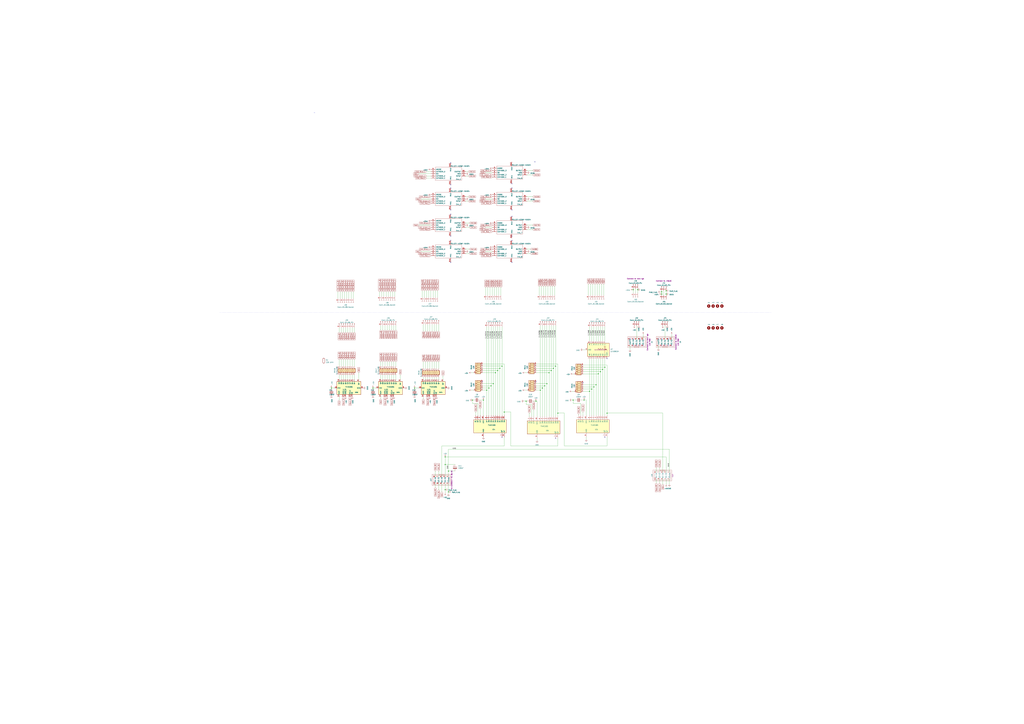
<source format=kicad_sch>
(kicad_sch (version 20230121) (generator eeschema)
  (paper "A0")
  (junction (at 384.81 450.85))
  (junction (at 768.35 341.63))
  (junction (at 433.07 450.85))
  (junction (at 637.54 433.07))
  (junction (at 692.15 447.04))
  (junction (at 694.69 434.34))
  (junction (at 773.43 337.82))
  (junction (at 575.31 433.07))
  (junction (at 645.16 425.45))
  (junction (at 773.43 341.63))
  (junction (at 520.7 547.37))
  (junction (at 548.64 464.82))
  (junction (at 699.77 429.26))
  (junction (at 610.87 466.09))
  (junction (at 580.39 427.99))
  (junction (at 640.08 430.53))
  (junction (at 622.3 466.09))
  (junction (at 735.33 336.55))
  (junction (at 647.7 480.06))
  (junction (at 768.35 339.09))
  (junction (at 520.7 571.5))
  (junction (at 684.53 454.66))
  (junction (at 567.69 450.85))
  (junction (at 561.34 464.82))
  (junction (at 481.33 450.85))
  (junction (at 702.31 426.72))
  (junction (at 632.46 448.31))
  (junction (at 678.18 464.82))
  (junction (at 516.89 530.86))
  (junction (at 689.61 449.58))
  (junction (at 570.23 448.31))
  (junction (at 665.48 464.82))
  (junction (at 627.38 453.39))
  (junction (at 572.77 445.77))
  (junction (at 687.07 452.12))
  (junction (at 565.15 453.39))
  (junction (at 577.85 430.53))
  (junction (at 516.89 539.75))
  (junction (at 516.89 568.96))
  (junction (at 697.23 431.8))
  (junction (at 704.85 480.06))
  (junction (at 585.47 478.79))
  (junction (at 642.62 427.99))
  (junction (at 635 445.77))
  (junction (at 582.93 425.45))
  (junction (at 629.92 450.85))
  (junction (at 740.41 336.55))
  (no_connect (at 594.36 274.32))
  (no_connect (at 560.07 443.23))
  (no_connect (at 523.24 214.63))
  (no_connect (at 704.85 416.56))
  (no_connect (at 523.24 218.44))
  (no_connect (at 746.76 401.32))
  (no_connect (at 523.24 189.23))
  (no_connect (at 523.24 248.92))
  (no_connect (at 594.36 218.44))
  (no_connect (at 523.24 304.8))
  (no_connect (at 735.33 393.7))
  (no_connect (at 622.3 443.23))
  (no_connect (at 523.24 243.84))
  (no_connect (at 523.24 274.32))
  (no_connect (at 594.36 251.46))
  (no_connect (at 768.35 393.7))
  (no_connect (at 768.35 401.32))
  (no_connect (at 594.36 243.84))
  (no_connect (at 775.97 401.32))
  (no_connect (at 779.78 401.32))
  (no_connect (at 772.16 401.32))
  (no_connect (at 702.31 508))
  (no_connect (at 621.03 187.96))
  (no_connect (at 742.95 401.32))
  (no_connect (at 764.54 393.7))
  (no_connect (at 735.33 401.32))
  (no_connect (at 594.36 213.36))
  (no_connect (at 594.36 279.4))
  (no_connect (at 676.91 444.5))
  (no_connect (at 742.95 393.7))
  (no_connect (at 523.24 279.4))
  (no_connect (at 582.93 508))
  (no_connect (at 594.36 304.8))
  (no_connect (at 731.52 393.7))
  (no_connect (at 775.97 393.7))
  (no_connect (at 739.14 401.32))
  (no_connect (at 645.16 509.27))
  (wire (pts (xy 405.13 346.71) (xy 405.13 339.09)))
  (wire (pts (xy 444.5 440.69) (xy 444.5 435.61)))
  (wire (pts (xy 406.4 381) (xy 406.4 386.08)))
  (wire (pts (xy 516.89 561.34) (xy 516.89 568.96)))
  (wire (pts (xy 773.43 341.63) (xy 773.43 342.9)))
  (wire (pts (xy 762 556.26) (xy 762 561.34)))
  (wire (pts (xy 699.77 429.26) (xy 699.77 482.6)))
  (wire (pts (xy 500.38 345.44) (xy 500.38 337.82)))
  (wire (pts (xy 619.76 466.09) (xy 622.3 466.09)))
  (wire (pts (xy 689.61 449.58) (xy 689.61 482.6)))
  (wire (pts (xy 447.04 440.69) (xy 447.04 435.61)))
  (wire (pts (xy 655.32 480.06) (xy 655.32 518.16)))
  (wire (pts (xy 443.23 344.17) (xy 443.23 339.09)))
  (wire (pts (xy 563.88 334.01) (xy 563.88 342.9)))
  (wire (pts (xy 393.7 440.69) (xy 393.7 435.61)))
  (wire (pts (xy 398.78 381) (xy 398.78 386.08)))
  (wire (pts (xy 520.7 547.37) (xy 528.32 547.37)))
  (wire (pts (xy 560.07 425.45) (xy 582.93 425.45)))
  (wire (pts (xy 560.07 450.85) (xy 567.69 450.85)))
  (wire (pts (xy 571.5 231.14) (xy 563.88 231.14)))
  (wire (pts (xy 397.51 346.71) (xy 397.51 339.09)))
  (wire (pts (xy 622.3 425.45) (xy 645.16 425.45)))
  (wire (pts (xy 566.42 334.01) (xy 566.42 342.9)))
  (wire (pts (xy 640.08 430.53) (xy 640.08 483.87)))
  (wire (pts (xy 582.93 379.73) (xy 582.93 425.45)))
  (wire (pts (xy 701.04 330.2) (xy 701.04 342.9)))
  (wire (pts (xy 501.65 377.19) (xy 501.65 384.81)))
  (wire (pts (xy 449.58 425.45) (xy 449.58 420.37)))
  (wire (pts (xy 453.39 344.17) (xy 453.39 339.09)))
  (wire (pts (xy 612.14 233.68) (xy 618.49 233.68)))
  (wire (pts (xy 574.04 334.01) (xy 574.04 342.9)))
  (wire (pts (xy 684.53 379.73) (xy 684.53 396.24)))
  (wire (pts (xy 641.35 332.74) (xy 641.35 342.9)))
  (wire (pts (xy 392.43 346.71) (xy 392.43 339.09)))
  (wire (pts (xy 585.47 422.91) (xy 585.47 478.79)))
  (wire (pts (xy 612.14 266.7) (xy 618.49 266.7)))
  (wire (pts (xy 622.3 422.91) (xy 647.7 422.91)))
  (wire (pts (xy 557.53 464.82) (xy 561.34 464.82)))
  (wire (pts (xy 572.77 482.6) (xy 572.77 445.77)))
  (wire (pts (xy 740.41 335.28) (xy 740.41 336.55)))
  (wire (pts (xy 666.75 434.34) (xy 665.48 434.34)))
  (wire (pts (xy 447.04 425.45) (xy 447.04 420.37)))
  (wire (pts (xy 449.58 378.46) (xy 449.58 383.54)))
  (wire (pts (xy 403.86 425.45) (xy 403.86 417.83)))
  (wire (pts (xy 400.05 346.71) (xy 400.05 339.09)))
  (wire (pts (xy 698.5 330.2) (xy 698.5 342.9)))
  (wire (pts (xy 560.07 422.91) (xy 585.47 422.91)))
  (wire (pts (xy 560.07 430.53) (xy 577.85 430.53)))
  (wire (pts (xy 676.91 447.04) (xy 692.15 447.04)))
  (wire (pts (xy 637.54 378.46) (xy 637.54 433.07)))
  (wire (pts (xy 635 378.46) (xy 635 445.77)))
  (wire (pts (xy 676.91 431.8) (xy 697.23 431.8)))
  (wire (pts (xy 585.47 508) (xy 585.47 518.16)))
  (wire (pts (xy 513.08 518.16) (xy 585.47 518.16)))
  (wire (pts (xy 384.81 452.12) (xy 384.81 450.85)))
  (wire (pts (xy 494.03 440.69) (xy 494.03 438.15)))
  (wire (pts (xy 497.84 345.44) (xy 497.84 337.82)))
  (wire (pts (xy 635 445.77) (xy 635 483.87)))
  (wire (pts (xy 702.31 416.56) (xy 702.31 426.72)))
  (wire (pts (xy 675.64 464.82) (xy 678.18 464.82)))
  (wire (pts (xy 499.11 440.69) (xy 499.11 438.15)))
  (wire (pts (xy 647.7 518.16) (xy 647.7 509.27)))
  (wire (pts (xy 626.11 332.74) (xy 626.11 342.9)))
  (wire (pts (xy 499.11 377.19) (xy 499.11 384.81)))
  (wire (pts (xy 631.19 332.74) (xy 631.19 342.9)))
  (wire (pts (xy 506.73 427.99) (xy 506.73 420.37)))
  (wire (pts (xy 549.91 433.07) (xy 547.37 433.07)))
  (wire (pts (xy 452.12 378.46) (xy 452.12 383.54)))
  (wire (pts (xy 765.81 543.56) (xy 765.81 548.64)))
  (wire (pts (xy 454.66 425.45) (xy 454.66 420.37)))
  (wire (pts (xy 593.09 518.16) (xy 647.7 518.16)))
  (wire (pts (xy 402.59 346.71) (xy 402.59 339.09)))
  (wire (pts (xy 411.48 381) (xy 411.48 386.08)))
  (wire (pts (xy 694.69 434.34) (xy 694.69 482.6)))
  (wire (pts (xy 406.4 440.69) (xy 406.4 435.61)))
  (wire (pts (xy 398.78 440.69) (xy 398.78 435.61)))
  (wire (pts (xy 561.34 464.82) (xy 561.34 482.6)))
  (wire (pts (xy 543.56 228.6) (xy 541.02 228.6)))
  (wire (pts (xy 687.07 379.73) (xy 687.07 396.24)))
  (wire (pts (xy 612.14 261.62) (xy 618.49 261.62)))
  (wire (pts (xy 640.08 378.46) (xy 640.08 430.53)))
  (wire (pts (xy 491.49 440.69) (xy 491.49 438.15)))
  (wire (pts (xy 403.86 440.69) (xy 403.86 435.61)))
  (wire (pts (xy 739.14 378.46) (xy 739.14 393.7)))
  (wire (pts (xy 585.47 478.79) (xy 585.47 482.6)))
  (wire (pts (xy 685.8 330.2) (xy 685.8 342.9)))
  (wire (pts (xy 622.3 445.77) (xy 635 445.77)))
  (wire (pts (xy 645.16 378.46) (xy 645.16 425.45)))
  (wire (pts (xy 563.88 264.16) (xy 571.5 264.16)))
  (wire (pts (xy 610.87 469.9) (xy 617.22 469.9)))
  (wire (pts (xy 557.53 474.98) (xy 557.53 482.6)))
  (wire (pts (xy 666.75 454.66) (xy 664.21 454.66)))
  (wire (pts (xy 612.14 289.56) (xy 615.95 289.56)))
  (wire (pts (xy 622.3 430.53) (xy 640.08 430.53)))
  (wire (pts (xy 704.85 518.16) (xy 655.32 518.16)))
  (wire (pts (xy 769.62 480.06) (xy 769.62 548.64)))
  (wire (pts (xy 408.94 440.69) (xy 408.94 435.61)))
  (wire (pts (xy 655.32 480.06) (xy 647.7 480.06)))
  (wire (pts (xy 687.07 416.56) (xy 687.07 452.12)))
  (wire (pts (xy 704.85 424.18) (xy 704.85 480.06)))
  (wire (pts (xy 704.85 518.16) (xy 704.85 508)))
  (wire (pts (xy 692.15 447.04) (xy 692.15 482.6)))
  (wire (pts (xy 612.14 228.6) (xy 618.49 228.6)))
  (wire (pts (xy 676.91 454.66) (xy 684.53 454.66)))
  (wire (pts (xy 547.37 453.39) (xy 549.91 453.39)))
  (wire (pts (xy 516.89 530.86) (xy 516.89 539.75)))
  (wire (pts (xy 773.43 530.86) (xy 773.43 548.64)))
  (wire (pts (xy 541.02 233.68) (xy 543.56 233.68)))
  (wire (pts (xy 459.74 378.46) (xy 459.74 383.54)))
  (wire (pts (xy 623.57 466.09) (xy 623.57 483.87)))
  (wire (pts (xy 496.57 377.19) (xy 496.57 384.81)))
  (wire (pts (xy 394.97 346.71) (xy 394.97 339.09)))
  (wire (pts (xy 563.88 292.1) (xy 571.5 292.1)))
  (wire (pts (xy 541.02 199.39) (xy 543.56 199.39)))
  (wire (pts (xy 408.94 381) (xy 408.94 386.08)))
  (wire (pts (xy 502.92 345.44) (xy 502.92 337.82)))
  (wire (pts (xy 454.66 378.46) (xy 454.66 383.54)))
  (wire (pts (xy 699.77 416.56) (xy 699.77 429.26)))
  (wire (pts (xy 694.69 379.73) (xy 694.69 396.24)))
  (wire (pts (xy 692.15 416.56) (xy 692.15 447.04)))
  (wire (pts (xy 582.93 425.45) (xy 582.93 482.6)))
  (wire (pts (xy 560.07 453.39) (xy 565.15 453.39)))
  (wire (pts (xy 520.7 521.97) (xy 520.7 547.37)))
  (wire (pts (xy 416.56 440.69) (xy 416.56 433.07)))
  (wire (pts (xy 396.24 381) (xy 396.24 386.08)))
  (wire (pts (xy 504.19 377.19) (xy 504.19 384.81)))
  (wire (pts (xy 768.35 337.82) (xy 768.35 339.09)))
  (wire (pts (xy 501.65 440.69) (xy 501.65 438.15)))
  (wire (pts (xy 702.31 379.73) (xy 702.31 396.24)))
  (wire (pts (xy 579.12 334.01) (xy 579.12 342.9)))
  (wire (pts (xy 544.83 259.08) (xy 541.02 259.08)))
  (wire (pts (xy 676.91 478.79) (xy 676.91 482.6)))
  (wire (pts (xy 444.5 425.45) (xy 444.5 420.37)))
  (wire (pts (xy 768.35 339.09) (xy 768.35 341.63)))
  (wire (pts (xy 683.26 330.2) (xy 683.26 342.9)))
  (wire (pts (xy 516.89 539.75) (xy 528.32 539.75)))
  (wire (pts (xy 548.64 464.82) (xy 548.64 468.63)))
  (wire (pts (xy 491.49 377.19) (xy 491.49 384.81)))
  (wire (pts (xy 769.62 556.26) (xy 769.62 562.61)))
  (wire (pts (xy 609.6 433.07) (xy 612.14 433.07)))
  (wire (pts (xy 401.32 381) (xy 401.32 386.08)))
  (wire (pts (xy 676.91 452.12) (xy 687.07 452.12)))
  (wire (pts (xy 458.47 344.17) (xy 458.47 339.09)))
  (wire (pts (xy 491.49 463.55) (xy 491.49 461.01)))
  (wire (pts (xy 737.87 335.28) (xy 737.87 340.36)))
  (wire (pts (xy 494.03 427.99) (xy 494.03 420.37)))
  (wire (pts (xy 396.24 425.45) (xy 396.24 417.83)))
  (wire (pts (xy 440.69 344.17) (xy 440.69 339.09)))
  (wire (pts (xy 541.02 264.16) (xy 544.83 264.16)))
  (wire (pts (xy 629.92 378.46) (xy 629.92 450.85)))
  (wire (pts (xy 676.91 429.26) (xy 699.77 429.26)))
  (wire (pts (xy 767.08 339.09) (xy 768.35 339.09)))
  (wire (pts (xy 622.3 453.39) (xy 627.38 453.39)))
  (wire (pts (xy 433.07 450.85) (xy 436.88 450.85)))
  (wire (pts (xy 647.7 422.91) (xy 647.7 480.06)))
  (wire (pts (xy 398.78 425.45) (xy 398.78 417.83)))
  (wire (pts (xy 384.81 450.85) (xy 388.62 450.85)))
  (wire (pts (xy 684.53 454.66) (xy 684.53 482.6)))
  (wire (pts (xy 496.57 427.99) (xy 496.57 420.37)))
  (wire (pts (xy 396.24 440.69) (xy 396.24 435.61)))
  (wire (pts (xy 393.7 381) (xy 393.7 386.08)))
  (wire (pts (xy 509.27 427.99) (xy 509.27 420.37)))
  (wire (pts (xy 452.12 425.45) (xy 452.12 420.37)))
  (wire (pts (xy 612.14 203.2) (xy 618.49 203.2)))
  (wire (pts (xy 494.03 377.19) (xy 494.03 384.81)))
  (wire (pts (xy 676.91 434.34) (xy 694.69 434.34)))
  (wire (pts (xy 622.3 433.07) (xy 637.54 433.07)))
  (wire (pts (xy 689.61 416.56) (xy 689.61 449.58)))
  (wire (pts (xy 704.85 480.06) (xy 769.62 480.06)))
  (wire (pts (xy 576.58 334.01) (xy 576.58 342.9)))
  (wire (pts (xy 408.94 425.45) (xy 408.94 417.83)))
  (wire (pts (xy 516.89 568.96) (xy 516.89 572.77)))
  (wire (pts (xy 575.31 379.73) (xy 575.31 433.07)))
  (wire (pts (xy 541.02 204.47) (xy 543.56 204.47)))
  (wire (pts (xy 541.02 289.56) (xy 544.83 289.56)))
  (wire (pts (xy 499.11 427.99) (xy 499.11 420.37)))
  (wire (pts (xy 464.82 440.69) (xy 464.82 435.61)))
  (wire (pts (xy 490.22 345.44) (xy 490.22 337.82)))
  (wire (pts (xy 773.43 337.82) (xy 773.43 341.63)))
  (wire (pts (xy 647.7 480.06) (xy 647.7 483.87)))
  (wire (pts (xy 572.77 379.73) (xy 572.77 445.77)))
  (wire (pts (xy 735.33 335.28) (xy 735.33 336.55)))
  (wire (pts (xy 459.74 425.45) (xy 459.74 420.37)))
  (wire (pts (xy 731.52 406.4) (xy 731.52 401.32)))
  (wire (pts (xy 552.45 482.6) (xy 552.45 478.79)))
  (wire (pts (xy 520.7 547.37) (xy 520.7 553.72)))
  (wire (pts (xy 567.69 379.73) (xy 567.69 450.85)))
  (wire (pts (xy 633.73 332.74) (xy 633.73 342.9)))
  (wire (pts (xy 610.87 466.09) (xy 610.87 469.9)))
  (wire (pts (xy 680.72 464.82) (xy 680.72 482.6)))
  (wire (pts (xy 492.76 345.44) (xy 492.76 337.82)))
  (wire (pts (xy 610.87 466.09) (xy 612.14 466.09)))
  (wire (pts (xy 612.14 294.64) (xy 615.95 294.64)))
  (wire (pts (xy 560.07 433.07) (xy 575.31 433.07)))
  (wire (pts (xy 504.19 427.99) (xy 504.19 420.37)))
  (wire (pts (xy 628.65 332.74) (xy 628.65 342.9)))
  (wire (pts (xy 577.85 379.73) (xy 577.85 430.53)))
  (wire (pts (xy 690.88 330.2) (xy 690.88 342.9)))
  (wire (pts (xy 459.74 440.69) (xy 459.74 435.61)))
  (wire (pts (xy 704.85 480.06) (xy 704.85 482.6)))
  (wire (pts (xy 674.37 482.6) (xy 674.37 468.63)))
  (wire (pts (xy 411.48 440.69) (xy 411.48 435.61)))
  (wire (pts (xy 623.57 511.81) (xy 623.57 509.27)))
  (wire (pts (xy 779.78 393.7) (xy 779.78 388.62)))
  (wire (pts (xy 609.6 453.39) (xy 612.14 453.39)))
  (polyline (pts (xy 364.49 130.81) (xy 365.76 130.81)))
  (wire (pts (xy 777.24 556.26) (xy 777.24 562.61)))
  (wire (pts (xy 694.69 416.56) (xy 694.69 434.34)))
  (wire (pts (xy 495.3 207.01) (xy 500.38 207.01)))
  (wire (pts (xy 548.64 468.63) (xy 554.99 468.63)))
  (wire (pts (xy 762 543.56) (xy 762 548.64)))
  (wire (pts (xy 457.2 378.46) (xy 457.2 383.54)))
  (wire (pts (xy 765.81 556.26) (xy 765.81 561.34)))
  (wire (pts (xy 689.61 379.73) (xy 689.61 396.24)))
  (wire (pts (xy 632.46 378.46) (xy 632.46 448.31)))
  (wire (pts (xy 509.27 561.34) (xy 509.27 568.96)))
  (wire (pts (xy 407.67 346.71) (xy 407.67 339.09)))
  (wire (pts (xy 678.18 464.82) (xy 680.72 464.82)))
  (wire (pts (xy 735.33 336.55) (xy 735.33 340.36)))
  (wire (pts (xy 676.91 406.4) (xy 679.45 406.4)))
  (wire (pts (xy 671.83 482.6) (xy 671.83 481.33)))
  (wire (pts (xy 617.22 469.9) (xy 617.22 483.87)))
  (wire (pts (xy 481.33 450.85) (xy 486.41 450.85)))
  (wire (pts (xy 567.69 450.85) (xy 567.69 482.6)))
  (wire (pts (xy 580.39 427.99) (xy 580.39 482.6)))
  (wire (pts (xy 697.23 416.56) (xy 697.23 431.8)))
  (wire (pts (xy 676.91 424.18) (xy 704.85 424.18)))
  (wire (pts (xy 571.5 334.01) (xy 571.5 342.9)))
  (wire (pts (xy 516.89 539.75) (xy 516.89 553.72)))
  (wire (pts (xy 697.23 379.73) (xy 697.23 396.24)))
  (wire (pts (xy 513.08 561.34) (xy 513.08 571.5)))
  (wire (pts (xy 687.07 452.12) (xy 687.07 482.6)))
  (wire (pts (xy 768.35 341.63) (xy 768.35 342.9)))
  (wire (pts (xy 506.73 377.19) (xy 506.73 384.81)))
  (wire (pts (xy 448.31 344.17) (xy 448.31 339.09)))
  (wire (pts (xy 702.31 426.72) (xy 702.31 482.6)))
  (wire (pts (xy 504.19 440.69) (xy 504.19 438.15)))
  (wire (pts (xy 445.77 344.17) (xy 445.77 339.09)))
  (wire (pts (xy 501.65 427.99) (xy 501.65 420.37)))
  (wire (pts (xy 554.99 468.63) (xy 554.99 482.6)))
  (wire (pts (xy 441.96 378.46) (xy 441.96 383.54)))
  (wire (pts (xy 520.7 561.34) (xy 520.7 571.5)))
  (wire (pts (xy 570.23 448.31) (xy 570.23 482.6)))
  (wire (pts (xy 450.85 344.17) (xy 450.85 339.09)))
  (wire (pts (xy 457.2 425.45) (xy 457.2 420.37)))
  (wire (pts (xy 770.89 337.82) (xy 770.89 342.9)))
  (wire (pts (xy 645.16 425.45) (xy 645.16 483.87)))
  (wire (pts (xy 505.46 547.37) (xy 505.46 553.72)))
  (wire (pts (xy 764.54 405.13) (xy 764.54 401.32)))
  (wire (pts (xy 565.15 379.73) (xy 565.15 453.39)))
  (wire (pts (xy 636.27 332.74) (xy 636.27 342.9)))
  (wire (pts (xy 688.34 330.2) (xy 688.34 342.9)))
  (wire (pts (xy 452.12 440.69) (xy 452.12 435.61)))
  (wire (pts (xy 447.04 378.46) (xy 447.04 383.54)))
  (wire (pts (xy 622.3 450.85) (xy 629.92 450.85)))
  (wire (pts (xy 457.2 440.69) (xy 457.2 435.61)))
  (wire (pts (xy 581.66 334.01) (xy 581.66 342.9)))
  (wire (pts (xy 505.46 345.44) (xy 505.46 337.82)))
  (wire (pts (xy 577.85 482.6) (xy 577.85 430.53)))
  (wire (pts (xy 674.37 468.63) (xy 665.48 468.63)))
  (wire (pts (xy 697.23 431.8) (xy 697.23 482.6)))
  (wire (pts (xy 575.31 433.07) (xy 575.31 482.6)))
  (wire (pts (xy 568.96 334.01) (xy 568.96 342.9)))
  (wire (pts (xy 441.96 425.45) (xy 441.96 420.37)))
  (wire (pts (xy 773.43 556.26) (xy 773.43 562.61)))
  (wire (pts (xy 496.57 440.69) (xy 496.57 438.15)))
  (wire (pts (xy 643.89 332.74) (xy 643.89 342.9)))
  (wire (pts (xy 433.07 452.12) (xy 433.07 450.85)))
  (wire (pts (xy 509.27 377.19) (xy 509.27 384.81)))
  (wire (pts (xy 509.27 440.69) (xy 509.27 438.15)))
  (wire (pts (xy 506.73 440.69) (xy 506.73 438.15)))
  (wire (pts (xy 441.96 463.55) (xy 441.96 461.01)))
  (wire (pts (xy 516.89 530.86) (xy 773.43 530.86)))
  (wire (pts (xy 481.33 452.12) (xy 481.33 450.85)))
  (wire (pts (xy 627.38 378.46) (xy 627.38 453.39)))
  (wire (pts (xy 692.15 379.73) (xy 692.15 396.24)))
  (polyline (pts (xy 255.27 363.22) (xy 895.35 363.22)) (stroke (width 0) (type dot)))
  (wire (pts (xy 668.02 464.82) (xy 665.48 464.82)))
  (wire (pts (xy 406.4 425.45) (xy 406.4 417.83)))
  (wire (pts (xy 495.3 345.44) (xy 495.3 337.82)))
  (wire (pts (xy 680.72 508) (xy 680.72 510.54)))
  (wire (pts (xy 619.76 476.25) (xy 619.76 483.87)))
  (wire (pts (xy 627.38 453.39) (xy 627.38 483.87)))
  (wire (pts (xy 638.81 332.74) (xy 638.81 342.9)))
  (wire (pts (xy 612.14 198.12) (xy 618.49 198.12)))
  (wire (pts (xy 505.46 561.34) (xy 505.46 566.42)))
  (wire (pts (xy 772.16 378.46) (xy 772.16 393.7)))
  (wire (pts (xy 642.62 427.99) (xy 642.62 483.87)))
  (wire (pts (xy 508 345.44) (xy 508 337.82)))
  (wire (pts (xy 410.21 346.71) (xy 410.21 339.09)))
  (wire (pts (xy 746.76 393.7) (xy 746.76 388.62)))
  (wire (pts (xy 520.7 521.97) (xy 777.24 521.97)))
  (wire (pts (xy 684.53 416.56) (xy 684.53 454.66)))
  (wire (pts (xy 488.95 292.1) (xy 500.38 292.1)))
  (wire (pts (xy 642.62 378.46) (xy 642.62 427.99)))
  (wire (pts (xy 495.3 199.39) (xy 500.38 199.39)))
  (wire (pts (xy 509.27 547.37) (xy 509.27 553.72)))
  (wire (pts (xy 486.41 261.62) (xy 500.38 261.62)))
  (wire (pts (xy 411.48 425.45) (xy 411.48 417.83)))
  (wire (pts (xy 629.92 450.85) (xy 629.92 483.87)))
  (wire (pts (xy 560.07 427.99) (xy 580.39 427.99)))
  (wire (pts (xy 676.91 449.58) (xy 689.61 449.58)))
  (wire (pts (xy 500.38 231.14) (xy 488.95 231.14)))
  (wire (pts (xy 491.49 427.99) (xy 491.49 420.37)))
  (wire (pts (xy 565.15 453.39) (xy 565.15 482.6)))
  (wire (pts (xy 560.07 448.31) (xy 570.23 448.31)))
  (wire (pts (xy 614.68 483.87) (xy 614.68 480.06)))
  (wire (pts (xy 637.54 433.07) (xy 637.54 483.87)))
  (wire (pts (xy 403.86 381) (xy 403.86 386.08)))
  (wire (pts (xy 486.41 201.93) (xy 500.38 201.93)))
  (wire (pts (xy 676.91 426.72) (xy 702.31 426.72)))
  (wire (pts (xy 665.48 464.82) (xy 665.48 468.63)))
  (wire (pts (xy 632.46 448.31) (xy 632.46 483.87)))
  (wire (pts (xy 585.47 478.79) (xy 593.09 478.79)))
  (wire (pts (xy 393.7 425.45) (xy 393.7 417.83)))
  (wire (pts (xy 455.93 344.17) (xy 455.93 339.09)))
  (wire (pts (xy 541.02 294.64) (xy 544.83 294.64)))
  (wire (pts (xy 740.41 336.55) (xy 740.41 340.36)))
  (wire (pts (xy 495.3 204.47) (xy 500.38 204.47)))
  (wire (pts (xy 699.77 379.73) (xy 699.77 396.24)))
  (wire (pts (xy 593.09 478.79) (xy 593.09 518.16)))
  (wire (pts (xy 401.32 440.69) (xy 401.32 435.61)))
  (wire (pts (xy 449.58 440.69) (xy 449.58 435.61)))
  (wire (pts (xy 393.7 464.82) (xy 393.7 461.01)))
  (wire (pts (xy 513.08 518.16) (xy 513.08 553.72)))
  (wire (pts (xy 665.48 464.82) (xy 664.21 464.82)))
  (wire (pts (xy 580.39 379.73) (xy 580.39 427.99)))
  (wire (pts (xy 571.5 200.66) (xy 563.88 200.66)))
  (wire (pts (xy 693.42 330.2) (xy 693.42 342.9)))
  (wire (pts (xy 520.7 571.5) (xy 520.7 574.04)))
  (wire (pts (xy 777.24 521.97) (xy 777.24 548.64)))
  (wire (pts (xy 401.32 425.45) (xy 401.32 417.83)))
  (wire (pts (xy 608.33 466.09) (xy 610.87 466.09)))
  (wire (pts (xy 570.23 379.73) (xy 570.23 448.31)))
  (wire (pts (xy 622.3 427.99) (xy 642.62 427.99)))
  (wire (pts (xy 441.96 440.69) (xy 441.96 435.61)))
  (wire (pts (xy 444.5 378.46) (xy 444.5 383.54)))
  (wire (pts (xy 514.35 440.69) (xy 514.35 436.88)))
  (wire (pts (xy 548.64 464.82) (xy 549.91 464.82)))
  (wire (pts (xy 622.3 466.09) (xy 623.57 466.09)))
  (wire (pts (xy 560.07 445.77) (xy 572.77 445.77)))
  (wire (pts (xy 622.3 448.31) (xy 632.46 448.31)))
  (wire (pts (xy 454.66 440.69) (xy 454.66 435.61)))
  (wire (pts (xy 695.96 330.2) (xy 695.96 342.9)))
  (label "C_SW6" (at 689.61 383.54 270))
  (label "C_ENC6A" (at 637.54 383.54 270))
  (label "C_ENC4A" (at 565.15 384.81 270))
  (label "C_ENC3B" (at 572.77 384.81 270))
  (label "C_ENC4B" (at 567.69 384.81 270))
  (label "C_SW1" (at 702.31 383.54 270))
  (label "C_ENC2A" (at 575.31 384.81 270))
  (label "C_SW7" (at 687.07 383.54 270))
  (label "C_SW2" (at 699.77 383.54 270))
  (label "C_SW8" (at 684.53 383.54 270))
  (label "GND" (at 529.59 521.97 180))
  (label "C_SW5" (at 692.15 389.89 90))
  (label "C_ENC5B" (at 645.16 383.54 270))
  (label "C_ENC8B" (at 629.92 383.54 270))
  (label "C_ENC1B" (at 582.93 384.81 270))
  (label "C_SW4" (at 694.69 383.54 270))
  (label "C_ENC6B" (at 640.08 383.54 270))
  (label "GND" (at 520.7 544.83 90))
  (label "C_ENC8A" (at 627.38 383.54 270))
  (label "C_ENC7A" (at 632.46 383.54 270))
  (label "GND" (at 777.24 542.29 90))
  (label "C_ENC3A" (at 570.23 384.81 270))
  (label "C_ENC1A" (at 580.39 384.81 270))
  (label "C_ENC2B" (at 577.85 384.81 270))
  (label "C_ENC7B" (at 635 383.54 270))
  (label "C_ENC5A" (at 642.62 383.54 270))
  (label "C_SW3" (at 697.23 383.54 270))
  (global_label "Dout_RC" (shape input) (at 505.46 566.42 270) (property "Intersheetrefs" "${INTERSHEET_REFS}" (effects hide)))
  (global_label "Dout_RC" (shape input) (at 454.66 461.01 270) (property "Intersheetrefs" "${INTERSHEET_REFS}" (effects hide)))
  (global_label "Red_2" (shape input) (at 506.73 420.37 90) (property "Intersheetrefs" "${INTERSHEET_REFS}" (effects hide)))
  (global_label "Green_8" (shape input) (at 441.96 383.54 270) (property "Intersheetrefs" "${INTERSHEET_REFS}" (effects hide)))
  (global_label "ENC_Blue_4" (shape input) (at 500.38 289.56 180) (property "Intersheetrefs" "${INTERSHEET_REFS}" (effects hide)))
  (global_label "Blue_4" (shape input) (at 403.86 417.83 90) (property "Intersheetrefs" "${INTERSHEET_REFS}" (effects hide)))
  (global_label "ENC_Green_5" (shape input) (at 571.5 203.2 180) (property "Intersheetrefs" "${INTERSHEET_REFS}" (effects hide)))
  (global_label "SC3" (shape input) (at 464.82 435.61 90) (property "Intersheetrefs" "${INTERSHEET_REFS}" (effects hide)))
  (global_label "ENC_Red_6" (shape input) (at 495.3 337.82 90) (property "Intersheetrefs" "${INTERSHEET_REFS}" (effects hide)))
  (global_label "SC4" (shape input) (at 769.62 562.61 270) (property "Intersheetrefs" "${INTERSHEET_REFS}" (effects hide)))
  (global_label "ENC_Red_4" (shape input) (at 500.38 337.82 90) (property "Intersheetrefs" "${INTERSHEET_REFS}" (effects hide)))
  (global_label "ENC_Red_7" (shape input) (at 571.5 269.24 180) (property "Intersheetrefs" "${INTERSHEET_REFS}" (effects hide)))
  (global_label "Green_3" (shape input) (at 454.66 420.37 90) (property "Intersheetrefs" "${INTERSHEET_REFS}" (effects hide)))
  (global_label "SC1" (shape input) (at 491.49 463.55 270) (property "Intersheetrefs" "${INTERSHEET_REFS}" (effects hide)))
  (global_label "Green_1" (shape input) (at 459.74 420.37 90) (property "Intersheetrefs" "${INTERSHEET_REFS}" (effects hide)))
  (global_label "Green_6" (shape input) (at 447.04 420.37 90) (property "Intersheetrefs" "${INTERSHEET_REFS}" (effects hide)))
  (global_label "ENC_Blue_5" (shape input) (at 400.05 339.09 90) (property "Intersheetrefs" "${INTERSHEET_REFS}" (effects hide)))
  (global_label "Blue_3" (shape input) (at 406.4 386.08 270) (property "Intersheetrefs" "${INTERSHEET_REFS}" (effects hide)))
  (global_label "ENC_Blue_1" (shape input) (at 410.21 339.09 90) (property "Intersheetrefs" "${INTERSHEET_REFS}" (effects hide)))
  (global_label "Red_6" (shape input) (at 496.57 384.81 270) (property "Intersheetrefs" "${INTERSHEET_REFS}" (effects hide)))
  (global_label "ENC6B" (shape input) (at 638.81 332.74 90) (property "Intersheetrefs" "${INTERSHEET_REFS}" (effects hide)))
  (global_label "SW8" (shape input) (at 563.88 292.1 180) (property "Intersheetrefs" "${INTERSHEET_REFS}" (effects hide)))
  (global_label "ENC_Green_4" (shape input) (at 500.38 294.64 180) (property "Intersheetrefs" "${INTERSHEET_REFS}" (effects hide)))
  (global_label "ENC_Blue_5" (shape input) (at 571.5 198.12 180) (property "Intersheetrefs" "${INTERSHEET_REFS}" (effects hide)))
  (global_label "ENC8B" (shape input) (at 615.95 289.56 0) (property "Intersheetrefs" "${INTERSHEET_REFS}" (effects hide)))
  (global_label "DIN_RC" (shape input) (at 614.68 480.06 90) (property "Intersheetrefs" "${INTERSHEET_REFS}" (effects hide)))
  (global_label "ENC5B" (shape input) (at 643.89 332.74 90) (property "Intersheetrefs" "${INTERSHEET_REFS}" (effects hide)))
  (global_label "DIN_RC" (shape input) (at 671.83 481.33 90) (property "Intersheetrefs" "${INTERSHEET_REFS}" (effects hide)))
  (global_label "SW6" (shape input) (at 563.88 231.14 180) (property "Intersheetrefs" "${INTERSHEET_REFS}" (effects hide)))
  (global_label "Blue_6" (shape input) (at 398.78 417.83 90) (property "Intersheetrefs" "${INTERSHEET_REFS}" (effects hide)))
  (global_label "ENC_Green_3" (shape input) (at 500.38 264.16 180) (property "Intersheetrefs" "${INTERSHEET_REFS}" (effects hide)))
  (global_label "Blue_2" (shape input) (at 408.94 386.08 270) (property "Intersheetrefs" "${INTERSHEET_REFS}" (effects hide)))
  (global_label "Red_3" (shape input) (at 504.19 384.81 270) (property "Intersheetrefs" "${INTERSHEET_REFS}" (effects hide)))
  (global_label "ENC_Red_2" (shape input) (at 505.46 337.82 90) (property "Intersheetrefs" "${INTERSHEET_REFS}" (effects hide)))
  (global_label "Green_6" (shape input) (at 447.04 383.54 270) (property "Intersheetrefs" "${INTERSHEET_REFS}" (effects hide)))
  (global_label "Red_4" (shape input) (at 501.65 384.81 270) (property "Intersheetrefs" "${INTERSHEET_REFS}" (effects hide)))
  (global_label "ENC7B" (shape input) (at 633.73 332.74 90) (property "Intersheetrefs" "${INTERSHEET_REFS}" (effects hide)))
  (global_label "Blue_6" (shape input) (at 398.78 386.08 270) (property "Intersheetrefs" "${INTERSHEET_REFS}" (effects hide)))
  (global_label "SC1" (shape input) (at 513.08 571.5 270) (property "Intersheetrefs" "${INTERSHEET_REFS}" (effects hide)))
  (global_label "SW2" (shape input) (at 698.5 330.2 90) (property "Intersheetrefs" "${INTERSHEET_REFS}" (effects hide)))
  (global_label "ENC_Blue_2" (shape input) (at 500.38 228.6 180) (property "Intersheetrefs" "${INTERSHEET_REFS}" (effects hide)))
  (global_label "ENC_Blue_6" (shape input) (at 397.51 339.09 90) (property "Intersheetrefs" "${INTERSHEET_REFS}" (effects hide)))
  (global_label "SC2" (shape input) (at 441.96 463.55 270) (property "Intersheetrefs" "${INTERSHEET_REFS}" (effects hide)))
  (global_label "Blue_5" (shape input) (at 401.32 417.83 90) (property "Intersheetrefs" "${INTERSHEET_REFS}" (effects hide)))
  (global_label "ENC_Red_2" (shape input) (at 500.38 236.22 180) (property "Intersheetrefs" "${INTERSHEET_REFS}" (effects hide)))
  (global_label "Red_5" (shape input) (at 499.11 420.37 90) (property "Intersheetrefs" "${INTERSHEET_REFS}" (effects hide)))
  (global_label "ENC_Green_4" (shape input) (at 450.85 339.09 90) (property "Intersheetrefs" "${INTERSHEET_REFS}" (effects hide)))
  (global_label "Green_4" (shape input) (at 452.12 420.37 90) (property "Intersheetrefs" "${INTERSHEET_REFS}" (effects hide)))
  (global_label "ENC_Green_7" (shape input) (at 443.23 339.09 90) (property "Intersheetrefs" "${INTERSHEET_REFS}" (effects hide)))
  (global_label "ENC_Green_1" (shape input) (at 495.3 204.47 180) (property "Intersheetrefs" "${INTERSHEET_REFS}" (effects hide)))
  (global_label "ENC_Blue_8" (shape input) (at 392.43 339.09 90) (property "Intersheetrefs" "${INTERSHEET_REFS}" (effects hide)))
  (global_label "ENC5A" (shape input) (at 641.35 332.74 90) (property "Intersheetrefs" "${INTERSHEET_REFS}" (effects hide)))
  (global_label "Blue_8" (shape input) (at 393.7 417.83 90) (property "Intersheetrefs" "${INTERSHEET_REFS}" (effects hide)))
  (global_label "Red_8" (shape input) (at 491.49 384.81 270) (property "Intersheetrefs" "${INTERSHEET_REFS}" (effects hide)))
  (global_label "Green_3" (shape input) (at 454.66 383.54 270) (property "Intersheetrefs" "${INTERSHEET_REFS}" (effects hide)))
  (global_label "Dout_SC" (shape input) (at 496.57 461.01 270) (property "Intersheetrefs" "${INTERSHEET_REFS}" (effects hide)))
  (global_label "ENC_Blue_3" (shape input) (at 405.13 339.09 90) (property "Intersheetrefs" "${INTERSHEET_REFS}" (effects hide)))
  (global_label "Blue_1" (shape input) (at 411.48 386.08 270) (property "Intersheetrefs" "${INTERSHEET_REFS}" (effects hide)))
  (global_label "Green_5" (shape input) (at 449.58 383.54 270) (property "Intersheetrefs" "${INTERSHEET_REFS}" (effects hide)))
  (global_label "ENC4B" (shape input) (at 566.42 334.01 90) (property "Intersheetrefs" "${INTERSHEET_REFS}" (effects hide)))
  (global_label "Red_7" (shape input) (at 494.03 384.81 270) (property "Intersheetrefs" "${INTERSHEET_REFS}" (effects hide)))
  (global_label "Green_1" (shape input) (at 459.74 383.54 270) (property "Intersheetrefs" "${INTERSHEET_REFS}" (effects hide)))
  (global_label "ENC4A" (shape input) (at 563.88 334.01 90) (property "Intersheetrefs" "${INTERSHEET_REFS}" (effects hide)))
  (global_label "Red_1" (shape input) (at 509.27 384.81 270) (property "Intersheetrefs" "${INTERSHEET_REFS}" (effects hide)))
  (global_label "ENC_Red_8" (shape input) (at 571.5 297.18 180) (property "Intersheetrefs" "${INTERSHEET_REFS}" (effects hide)))
  (global_label "ENC8A" (shape input) (at 626.11 332.74 90) (property "Intersheetrefs" "${INTERSHEET_REFS}" (effects hide)))
  (global_label "ENC_Blue_2" (shape input) (at 407.67 339.09 90) (property "Intersheetrefs" "${INTERSHEET_REFS}" (effects hide)))
  (global_label "SC3" (shape input) (at 393.7 464.82 270) (property "Intersheetrefs" "${INTERSHEET_REFS}" (effects hide)))
  (global_label "ENC6A" (shape input) (at 618.49 233.68 0) (property "Intersheetrefs" "${INTERSHEET_REFS}" (effects hide)))
  (global_label "Green_7" (shape input) (at 444.5 420.37 90) (property "Intersheetrefs" "${INTERSHEET_REFS}" (effects hide)))
  (global_label "ENC1B" (shape input) (at 581.66 334.01 90) (property "Intersheetrefs" "${INTERSHEET_REFS}" (effects hide)))
  (global_label "ENC7A" (shape input) (at 631.19 332.74 90) (property "Intersheetrefs" "${INTERSHEET_REFS}" (effects hide)))
  (global_label "SC2" (shape input) (at 514.35 436.88 90) (property "Intersheetrefs" "${INTERSHEET_REFS}" (effects hide)))
  (global_label "DIN_SC" (shape input) (at 765.81 543.56 90) (property "Intersheetrefs" "${INTERSHEET_REFS}" (effects hide)))
  (global_label "Green_5" (shape input) (at 449.58 420.37 90) (property "Intersheetrefs" "${INTERSHEET_REFS}" (effects hide)))
  (global_label "ENC_Green_2" (shape input) (at 500.38 233.68 180) (property "Intersheetrefs" "${INTERSHEET_REFS}" (effects hide)))
  (global_label "ENC7B" (shape input) (at 618.49 261.62 0) (property "Intersheetrefs" "${INTERSHEET_REFS}" (effects hide)))
  (global_label "Dout_SC" (shape input) (at 447.04 461.01 270) (property "Intersheetrefs" "${INTERSHEET_REFS}" (effects hide)))
  (global_label "ENC3A" (shape input) (at 544.83 264.16 0) (property "Intersheetrefs" "${INTERSHEET_REFS}" (effects hide)))
  (global_label "SC4" (shape input) (at 416.56 433.07 90) (property "Intersheetrefs" "${INTERSHEET_REFS}" (effects hide)))
  (global_label "ENC_Blue_7" (shape input) (at 394.97 339.09 90) (property "Intersheetrefs" "${INTERSHEET_REFS}" (effects hide)))
  (global_label "Red_8" (shape input) (at 491.49 420.37 90) (property "Intersheetrefs" "${INTERSHEET_REFS}" (effects hide)))
  (global_label "Red_1" (shape input) (at 509.27 420.37 90) (property "Intersheetrefs" "${INTERSHEET_REFS}" (effects hide)))
  (global_label "Red_5" (shape input) (at 499.11 384.81 270) (property "Intersheetrefs" "${INTERSHEET_REFS}" (effects hide)))
  (global_label "ENC_Red_1" (shape input) (at 508 337.82 90) (property "Intersheetrefs" "${INTERSHEET_REFS}" (effects hide)))
  (global_label "ENC_Green_6" (shape input) (at 445.77 339.09 90) (property "Intersheetrefs" "${INTERSHEET_REFS}" (effects hide)))
  (global_label "ENC5B" (shape input) (at 618.49 203.2 0) (property "Intersheetrefs" "${INTERSHEET_REFS}" (effects hide)))
  (global_label "ENC_Red_4" (shape input) (at 500.38 297.18 180) (property "Intersheetrefs" "${INTERSHEET_REFS}" (effects hide)))
  (global_label "ENC_Blue_1" (shape input) (at 495.3 199.39 180) (property "Intersheetrefs" "${INTERSHEET_REFS}" (effects hide)))
  (global_label "Green_8" (shape input) (at 441.96 420.37 90) (property "Intersheetrefs" "${INTERSHEET_REFS}" (effects hide)))
  (global_label "Green_2" (shape input) (at 457.2 420.37 90) (property "Intersheetrefs" "${INTERSHEET_REFS}" (effects hide)))
  (global_label "SW6" (shape input) (at 688.34 330.2 90) (property "Intersheetrefs" "${INTERSHEET_REFS}" (effects hide)))
  (global_label "ENC_Blue_6" (shape input) (at 571.5 228.6 180) (property "Intersheetrefs" "${INTERSHEET_REFS}" (effects hide)))
  (global_label "ENC3B" (shape input) (at 544.83 259.08 0) (property "Intersheetrefs" "${INTERSHEET_REFS}" (effects hide)))
  (global_label "ENC3A" (shape input) (at 568.96 334.01 90) (property "Intersheetrefs" "${INTERSHEET_REFS}" (effects hide)))
  (global_label "SW2" (shape input) (at 488.95 231.14 180) (property "Intersheetrefs" "${INTERSHEET_REFS}" (effects hide)))
  (global_label "Blue_8" (shape input) (at 393.7 386.08 270) (property "Intersheetrefs" "${INTERSHEET_REFS}" (effects hide)))
  (global_label "DIN_SC" (shape input) (at 509.27 547.37 90) (property "Intersheetrefs" "${INTERSHEET_REFS}" (effects hide)))
  (global_label "ENC2A" (shape input) (at 543.56 233.68 0) (property "Intersheetrefs" "${INTERSHEET_REFS}" (effects hide)))
  (global_label "ENC_Green_2" (shape input) (at 455.93 339.09 90) (property "Intersheetrefs" "${INTERSHEET_REFS}" (effects hide)))
  (global_label "ENC_Red_8" (shape input) (at 490.22 337.82 90) (property "Intersheetrefs" "${INTERSHEET_REFS}" (effects hide)))
  (global_label "SW4" (shape input) (at 488.95 292.1 180) (property "Intersheetrefs" "${INTERSHEET_REFS}" (effects hide)))
  (global_label "Red_3" (shape input) (at 504.19 420.37 90) (property "Intersheetrefs" "${INTERSHEET_REFS}" (effects hide)))
  (global_label "ENC_Red_3" (shape input) (at 500.38 266.7 180) (property "Intersheetrefs" "${INTERSHEET_REFS}" (effects hide)))
  (global_label "SW5" (shape input) (at 563.88 200.66 180) (property "Intersheetrefs" "${INTERSHEET_REFS}" (effects hide)))
  (global_label "Blue_7" (shape input) (at 396.24 386.08 270) (property "Intersheetrefs" "${INTERSHEET_REFS}" (effects hide)))
  (global_label "Green_7" (shape input) (at 444.5 383.54 270) (property "Intersheetrefs" "${INTERSHEET_REFS}" (effects hide)))
  (global_label "ENC1B" (shape input) (at 543.56 204.47 0) (property "Intersheetrefs" "${INTERSHEET_REFS}" (effects hide)))
  (global_label "ENC2B" (shape input) (at 576.58 334.01 90) (property "Intersheetrefs" "${INTERSHEET_REFS}" (effects hide)))
  (global_label "SW1" (shape input) (at 701.04 330.2 90) (property "Intersheetrefs" "${INTERSHEET_REFS}" (effects hide)))
  (global_label "SW4" (shape input) (at 693.42 330.2 90) (property "Intersheetrefs" "${INTERSHEET_REFS}" (effects hide)))
  (global_label "Blue_7" (shape input) (at 396.24 417.83 90) (property "Intersheetrefs" "${INTERSHEET_REFS}" (effects hide)))
  (global_label "DIN_RC" (shape input) (at 505.46 547.37 90) (property "Intersheetrefs" "${INTERSHEET_REFS}" (effects hide)))
  (global_label "Red_2" (shape input) (at 506.73 384.81 270) (property "Intersheetrefs" "${INTERSHEET_REFS}" (effects hide)))
  (global_label "SW5" (shape input) (at 690.88 330.2 90) (property "Intersheetrefs" "${INTERSHEET_REFS}" (effects hide)))
  (global_label "ENC3B" (shape input) (at 571.5 334.01 90) (property "Intersheetrefs" "${INTERSHEET_REFS}" (effects hide)))
  (global_label "Dout_RC" (shape input) (at 762 561.34 270) (property "Intersheetrefs" "${INTERSHEET_REFS}" (effects hide)))
  (global_label "SW1" (shape input) (at 486.41 201.93 180) (property "Intersheetrefs" "${INTERSHEET_REFS}" (effects hide)))
  (global_label "ENC_Green_8" (shape input) (at 440.69 339.09 90) (property "Intersheetrefs" "${INTERSHEET_REFS}" (effects hide)))
  (global_label "ENC8A" (shape input) (at 615.95 294.64 0) (property "Intersheetrefs" "${INTERSHEET_REFS}" (effects hide)))
  (global_label "Red_7" (shape input) (at 494.03 420.37 90) (property "Intersheetrefs" "${INTERSHEET_REFS}" (effects hide)))
  (global_label "ENC4B" (shape input) (at 544.83 289.56 0) (property "Intersheetrefs" "${INTERSHEET_REFS}" (effects hide)))
  (global_label "Blue_4" (shape input) (at 403.86 386.08 270) (property "Intersheetrefs" "${INTERSHEET_REFS}" (effects hide)))
  (global_label "Blue_3" (shape input) (at 406.4 417.83 90) (property "Intersheetrefs" "${INTERSHEET_REFS}" (effects hide)))
  (global_label "ENC_Green_8" (shape input) (at 571.5 294.64 180) (property "Intersheetrefs" "${INTERSHEET_REFS}" (effects hide)))
  (global_label "DIN_SC" (shape input) (at 676.91 478.79 90) (property "Intersheetrefs" "${INTERSHEET_REFS}" (effects hide)))
  (global_label "ENC7A" (shape input) (at 618.49 266.7 0) (property "Intersheetrefs" "${INTERSHEET_REFS}" (effects hide)))
  (global_label "ENC_Blue_8" (shape input) (at 571.5 289.56 180) (property "Intersheetrefs" "${INTERSHEET_REFS}" (effects hide)))
  (global_label "DIN_SC" (shape input) (at 619.76 476.25 90) (property "Intersheetrefs" "${INTERSHEET_REFS}" (effects hide)))
  (global_label "ENC_Red_5" (shape input) (at 571.5 205.74 180) (property "Intersheetrefs" "${INTERSHEET_REFS}" (effects hide)))
  (global_label "Green_4" (shape input) (at 452.12 383.54 270) (property "Intersheetrefs" "${INTERSHEET_REFS}" (effects hide)))
  (global_label "ENC_Blue_3" (shape input) (at 500.38 259.08 180) (property "Intersheetrefs" "${INTERSHEET_REFS}" (effects hide)))
  (global_label "DIN_RC" (shape input) (at 762 543.56 90) (property "Intersheetrefs" "${INTERSHEET_REFS}" (effects hide)))
  (global_label "Green_2" (shape input) (at 457.2 383.54 270) (property "Intersheetrefs" "${INTERSHEET_REFS}" (effects hide)))
  (global_label "ENC_Blue_7" (shape input) (at 571.5 261.62 180) (property "Intersheetrefs" "${INTERSHEET_REFS}" (effects hide)))
  (global_label "ENC_Red_6" (shape input) (at 571.5 236.22 180) (property "Intersheetrefs" "${INTERSHEET_REFS}" (effects hide)))
  (global_label "ENC4A" (shape input) (at 544.83 294.64 0) (property "Intersheetrefs" "${INTERSHEET_REFS}" (effects hide)))
  (global_label "ENC8B" (shape input) (at 628.65 332.74 90) (property "Intersheetrefs" "${INTERSHEET_REFS}" (effects hide)))
  (global_label "SW3" (shape input) (at 695.96 330.2 90) (property "Intersheetrefs" "${INTERSHEET_REFS}" (effects hide)))
  (global_label "ENC2A" (shape input) (at 574.04 334.01 90) (property "Intersheetrefs" "${INTERSHEET_REFS}" (effects hide)))
  (global_label "ENC_Green_6" (shape input) (at 571.5 233.68 180) (property "Intersheetrefs" "${INTERSHEET_REFS}" (effects hide)))
  (global_label "Dout_RC" (shape input) (at 406.4 461.01 270) (property "Intersheetrefs" "${INTERSHEET_REFS}" (effects hide)))
  (global_label "ENC_Blue_4" (shape input) (at 402.59 339.09 90) (property "Intersheetrefs" "${INTERSHEET_REFS}" (effects hide)))
  (global_label "ENC_Red_1" (shape input) (at 495.3 207.01 180) (property "Intersheetrefs" "${INTERSHEET_REFS}" (effects hide)))
  (global_label "Dout_SC" (shape input) (at 509.27 568.96 270) (property "Intersheetrefs" "${INTERSHEET_REFS}" (effects hide)))
  (global_label "DIN_RC" (shape input) (at 552.45 478.79 90) (property "Intersheetrefs" "${INTERSHEET_REFS}" (effects hide)))
  (global_label "Blue_2" (shape input) (at 408.94 417.83 90) (property "Intersheetrefs" "${INTERSHEET_REFS}" (effects hide)))
  (global_label "ENC1A" (shape input) (at 579.12 334.01 90) (property "Intersheetrefs" "${INTERSHEET_REFS}" (effects hide)))
  (global_label "SW7" (shape input) (at 685.8 330.2 90) (property "Intersheetrefs" "${INTERSHEET_REFS}" (effects hide)))
  (global_label "ENC_Red_3" (shape input) (at 502.92 337.82 90) (property "Intersheetrefs" "${INTERSHEET_REFS}" (effects hide)))
  (global_label "DIN_SC" (shape input) (at 557.53 474.98 90) (property "Intersheetrefs" "${INTERSHEET_REFS}" (effects hide)))
  (global_label "Dout_SC" (shape input) (at 765.81 561.34 270) (property "Intersheetrefs" "${INTERSHEET_REFS}" (effects hide)))
  (global_label "Blue_1" (shape input) (at 411.48 417.83 90) (property "Intersheetrefs" "${INTERSHEET_REFS}" (effects hide)))
  (global_label "Red_4" (shape input) (at 501.65 420.37 90) (property "Intersheetrefs" "${INTERSHEET_REFS}" (effects hide)))
  (global_label "ENC_Red_7" (shape input) (at 492.76 337.82 90) (property "Intersheetrefs" "${INTERSHEET_REFS}" (effects hide)))
  (global_label "ENC5A" (shape input) (at 618.49 198.12 0) (property "Intersheetrefs" "${INTERSHEET_REFS}" (effects hide)))
  (global_label "Blue_5" (shape input) (at 401.32 386.08 270) (property "Intersheetrefs" "${INTERSHEET_REFS}" (effects hide)))
  (global_label "ENC_Red_5" (shape input) (at 497.84 337.82 90) (property "Intersheetrefs" "${INTERSHEET_REFS}" (effects hide)))
  (global_label "SW3" (shape input) (at 486.41 261.62 180) (property "Intersheetrefs" "${INTERSHEET_REFS}" (effects hide)))
  (global_label "Dout_RC" (shape input) (at 504.19 461.01 270) (property "Intersheetrefs" "${INTERSHEET_REFS}" (effects hide)))
  (global_label "ENC6A" (shape input) (at 636.27 332.74 90) (property "Intersheetrefs" "${INTERSHEET_REFS}" (effects hide)))
  (global_label "ENC2B" (shape input) (at 543.56 228.6 0) (property "Intersheetrefs" "${INTERSHEET_REFS}" (effects hide)))
  (global_label "Dout_SC" (shape input) (at 398.78 461.01 270) (property "Intersheetrefs" "${INTERSHEET_REFS}" (effects hide)))
  (global_label "ENC1A" (shape input) (at 543.56 199.39 0) (property "Intersheetrefs" "${INTERSHEET_REFS}" (effects hide)))
  (global_label "SW7" (shape input) (at 563.88 264.16 180) (property "Intersheetrefs" "${INTERSHEET_REFS}" (effects hide)))
  (global_label "ENC_Green_1" (shape input) (at 458.47 339.09 90) (property "Intersheetrefs" "${INTERSHEET_REFS}" (effects hide)))
  (global_label "Red_6" (shape input) (at 496.57 420.37 90) (property "Intersheetrefs" "${INTERSHEET_REFS}" (effects hide)))
  (global_label "ENC_Green_5" (shape input) (at 448.31 339.09 90) (property "Intersheetrefs" "${INTERSHEET_REFS}" (effects hide)))
  (global_label "ENC_Green_7" (shape input) (at 571.5 266.7 180) (property "Intersheetrefs" "${INTERSHEET_REFS}" (effects hide)))
  (global_label "ENC6B" (shape input) (at 618.49 228.6 0) (property "Intersheetrefs" "${INTERSHEET_REFS}" (effects hide)))
  (global_label "SW8" (shape input) (at 683.26 330.2 90) (property "Intersheetrefs" "${INTERSHEET_REFS}" (effects hide)))
  (global_label "ENC_Green_3" (shape input) (at 453.39 339.09 90) (property "Intersheetrefs" "${INTERSHEET_REFS}" (effects hide)))
  (symbol (lib_id "power:GND1") (at 612.14 264.16 90) (unit 1)
    (property "Reference" "#PWR03" (effects hide))
    (property "Value" "GND1" (at 615.95 264.795 90) (effects (justify right)))
  )
  (symbol (lib_id "power:GND1") (at 541.02 231.14 90) (unit 1)
    (property "Reference" "#PWR07" (effects hide))
    (property "Value" "GND1" (at 544.83 231.775 90) (effects (justify right)))
  )
  (symbol (lib_id "power:GND") (at 777.24 562.61 0) (unit 1)
    (property "Reference" "#PWR079" (effects hide))
    (property "Value" "GND" (at 777.24 567.69 0))
  )
  (symbol (lib_id "Device:C") (at 433.07 455.93 180) (unit 1)
    (property "Reference" "C13" (at 430.53 453.39 0) (effects (justify right)))
    (property "Value" "100NF" (at 430.53 458.47 0) (effects (justify right)))
    (property "Footprint" "ksir 2022:CAPC1005X55N" (effects hide))
  )
  (symbol (lib_id "power:GND") (at 481.33 459.74 0) (unit 1)
    (property "Reference" "#PWR076" (effects hide))
    (property "Value" "GND" (at 481.965 463.55 90) (effects (justify right)))
  )
  (symbol (lib_id "power:GND") (at 421.64 450.85 90) (unit 1)
    (property "Reference" "#PWR094" (effects hide))
    (property "Value" "GND" (at 426.72 450.85 0))
  )
  (symbol (lib_id "power:+5V") (at 622.3 466.09 0) (unit 1)
    (property "Reference" "#PWR022" (effects hide))
    (property "Value" "+5V" (at 622.3 462.28 0))
  )
  (symbol (lib_id "power:+5V") (at 769.62 378.46 180) (unit 1)
    (property "Reference" "#PWR0101" (effects hide))
    (property "Value" "+5V" (at 769.62 383.54 0))
  )
  (symbol (lib_id "power:GND") (at 457.2 461.01 0) (unit 1)
    (property "Reference" "#PWR090" (effects hide))
    (property "Value" "GND" (at 457.835 464.82 90) (effects (justify right)))
  )
  (symbol (lib_id "Connector:Conn_01x03_Pin") (at 737.87 330.2 270) (unit 1)
    (property "Reference" "J40" (at 737.87 326.39 90))
    (property "Value" "Conn_01x03_Pin" (at 737.87 328.93 90))
    (property "Footprint" "Connector_PinHeader_2.54mm:PinHeader_1x03_P2.54mm_Vertical" (effects hide))
    (property "Champ4" "Connect to next rgb" (at 737.87 323.85 90))
  )
  (symbol (lib_id "power:GND") (at 774.7 378.46 0) (unit 1)
    (property "Reference" "#PWR0102" (effects hide))
    (property "Value" "GND" (at 774.7 384.81 90) (effects (justify left)))
  )
  (symbol (lib_id "Connector:Conn_01x08_Socket") (at 402.59 351.79 270) (unit 1)
    (property "Reference" "J35" (at 401.32 354.33 90))
    (property "Value" "Conn_01x08_Socket" (at 401.32 356.87 90))
    (property "Footprint" "Connector_PinSocket_2.54mm:PinSocket_1x08_P2.54mm_Vertical" (effects hide))
  )
  (symbol (lib_id "power:+5VA") (at 500.38 287.02 90) (unit 1)
    (property "Reference" "#PWR011" (effects hide))
    (property "Value" "+5VA" (at 496.57 287.655 90) (effects (justify left)))
  )
  (symbol (lib_id "74xx:74HC595") (at 452.12 450.85 90) (unit 1)
    (property "Reference" "SR5" (at 462.28 455.93 90))
    (property "Value" "74HC595" (at 453.39 449.58 90))
    (property "Footprint" "ksir 2022:74hc595n_SOIC127P600X175-16N" (effects hide))
    (property "Datasheet" "http://www.ti.com/lit/ds/symlink/sn74hc595.pdf" (effects hide))
  )
  (symbol (lib_id "power:GND1") (at 612.14 200.66 90) (unit 1)
    (property "Reference" "#PWR05" (effects hide))
    (property "Value" "GND1" (at 615.95 201.295 90) (effects (justify right)))
  )
  (symbol (lib_id "74xx:74HC595") (at 501.65 450.85 90) (unit 1)
    (property "Reference" "SR4" (at 511.81 455.93 90))
    (property "Value" "74HC595" (at 502.92 449.58 90))
    (property "Footprint" "ksir 2022:74hc595n_SOIC127P600X175-16N" (effects hide))
    (property "Datasheet" "http://www.ti.com/lit/ds/symlink/sn74hc595.pdf" (effects hide))
  )
  (symbol (lib_id "power:PWR_FLAG") (at 520.7 571.5 270) (unit 1)
    (property "Reference" "#FLG01" (effects hide))
    (property "Value" "PWR_FLAG" (at 524.51 572.135 90) (effects (justify left)))
  )
  (symbol (lib_id "power:+5VA") (at 571.5 226.06 90) (unit 1)
    (property "Reference" "#PWR014" (effects hide))
    (property "Value" "+5VA" (at 567.69 226.695 90) (effects (justify left)))
  )
  (symbol (lib_id "Connector:Conn_01x08_Socket") (at 574.04 347.98 270) (unit 1)
    (property "Reference" "J30" (at 572.77 350.52 90))
    (property "Value" "Conn_01x08_Socket" (at 572.77 353.06 90))
    (property "Footprint" "Connector_PinSocket_2.54mm:PinSocket_1x08_P2.54mm_Vertical" (effects hide))
  )
  (symbol (lib_id "power:+5VA") (at 571.5 259.08 90) (unit 1)
    (property "Reference" "#PWR013" (effects hide))
    (property "Value" "+5VA" (at 567.69 259.715 90) (effects (justify left)))
  )
  (symbol (lib_id "power:+5V") (at 609.6 433.07 90) (unit 1)
    (property "Reference" "#PWR032" (effects hide))
    (property "Value" "+5V" (at 605.79 433.705 90) (effects (justify left)))
  )
  (symbol (lib_id "power:GND") (at 741.68 378.46 0) (unit 1)
    (property "Reference" "#PWR095" (effects hide))
    (property "Value" "GND" (at 741.68 384.81 90) (effects (justify left)))
  )
  (symbol (lib_name "IDC-Header_2x05_P2.54mm_Vertical_1") (lib_id "ksir_2023:IDC-Header_2x05_P2.54mm_Vertical") (at 772.16 397.51 270) (unit 1)
    (property "Reference" "J3" (at 789.94 397.51 0))
    (property "Value" "IDC-Header_2x05_P2.54mm_Vertical" (effects hide))
    (property "Footprint" "Connector_IDC:IDC-Header_2x05_P2.54mm_Vertical" (effects hide))
    (property "Champ4" "LED RGB" (at 787.4 397.51 0))
    (property "Champ5" "Connect to J4B.SC" (at 784.86 397.51 0))
  )
  (symbol (lib_id "Device:R_Pack08") (at 401.32 430.53 180) (unit 1)
    (property "Reference" "RN18" (at 388.62 430.53 90))
    (property "Value" "R_Pack08" (at 391.16 430.53 90))
    (property "Footprint" "ksir 2022:RESSTANCE_X_8_EXB2HV221JV" (effects hide))
    (property " " "EXB-2HV221JV" (effects hide))
  )
  (symbol (lib_id "power:GND") (at 519.43 450.85 90) (unit 1)
    (property "Reference" "#PWR086" (effects hide))
    (property "Value" "GND" (at 524.51 450.85 0))
  )
  (symbol (lib_id "power:+5V") (at 516.89 530.86 0) (unit 1)
    (property "Reference" "#PWR024" (effects hide))
    (property "Value" "+5V" (at 516.89 527.05 0))
  )
  (symbol (lib_id "Connector:Conn_01x08_Pin") (at 575.31 374.65 270) (unit 1)
    (property "Reference" "J20" (at 574.04 370.84 90))
    (property "Value" "Conn_01x08_Pin" (at 574.04 373.38 90))
    (property "Footprint" "Connector_PinHeader_2.54mm:PinHeader_1x08_P2.54mm_Vertical" (effects hide))
  )
  (symbol (lib_id "Connector:Conn_01x08_Pin") (at 501.65 372.11 270) (unit 1)
    (property "Reference" "J27" (at 500.38 368.3 90))
    (property "Value" "Conn_01x08_Pin" (at 500.38 370.84 90))
    (property "Footprint" "Connector_PinHeader_2.54mm:PinHeader_1x08_P2.54mm_Vertical" (effects hide))
  )
  (symbol (lib_id "power:GND") (at 608.33 466.09 270) (mirror x) (unit 1)
    (property "Reference" "#PWR071" (effects hide))
    (property "Value" "GND" (at 604.52 466.725 90) (effects (justify right)))
  )
  (symbol (lib_id "power:+5V") (at 779.78 388.62 0) (unit 1)
    (property "Reference" "#PWR036" (effects hide))
    (property "Value" "+5V" (at 779.7801 384.81 90) (effects (justify left)))
  )
  (symbol (lib_id "ksir_2023:PEL12T-4226F-S1024") (at 594.36 243.84 90) (unit 1)
    (property "Reference" "Enc_6" (at 600.71 237.49 90) (effects (justify right)))
    (property "Value" "PEL12T-4226F-S1024" (at 594.2583 222.25 90) (effects (justify right)))
    (property "Footprint" "ksir 2022:PEL12T4226FS1024" (effects hide))
    (property "Datasheet" "https://componentsearchengine.com/Datasheets/1/PEL12T-4226F-S1024.pdf" (effects hide))
    (property "Description" "Optical Encoder Rotary Incremental Flat 0.69oz.in Straight Digital Square Wave Through Hole PC Pin 6CPR" (effects hide))
    (property "Height" "26.5" (effects hide))
    (property "Mouser Part Number" "652-PEL12T4226FS1024" (effects hide))
    (property "Mouser Price/Stock" "https://www.mouser.co.uk/ProductDetail/Bourns/PEL12T-4226F-S1024?qs=G5few1MRhWrANgmJcE3uew%3D%3D" (effects hide))
    (property "Manufacturer_Name" "Bourns" (effects hide))
    (property "Manufacturer_Part_Number" "PEL12T-4226F-S1024" (effects hide))
  )
  (symbol (lib_id "Connector:Conn_01x03_Pin") (at 770.89 332.74 270) (unit 1)
    (property "Reference" "J41" (at 770.89 328.93 90))
    (property "Value" "Conn_01x03_Pin" (at 770.89 331.47 90))
    (property "Footprint" "Connector_PinHeader_2.54mm:PinHeader_1x03_P2.54mm_Vertical" (effects hide))
    (property "Champ4" "Connect to J4B.SC" (at 770.89 326.39 90))
  )
  (symbol (lib_id "power:GND1") (at 541.02 292.1 90) (unit 1)
    (property "Reference" "#PWR09" (effects hide))
    (property "Value" "GND1" (at 544.83 292.735 90) (effects (justify right)))
  )
  (symbol (lib_id "power:GND") (at 433.07 459.74 0) (unit 1)
    (property "Reference" "#PWR083" (effects hide))
    (property "Value" "GND" (at 433.705 463.55 90) (effects (justify right)))
  )
  (symbol (lib_id "Transistor_Array:ULN2803A") (at 697.23 406.4 270) (unit 1)
    (property "Reference" "U2" (at 708.66 405.765 90) (effects (justify left)))
    (property "Value" "ULN2803A" (at 708.66 408.305 90) (effects (justify left)))
    (property "Footprint" "ksir 2022:uln2803SMD_SOIC127P1030X265-18N" (effects hide))
    (property "Datasheet" "http://www.ti.com/lit/ds/symlink/uln2803a.pdf" (effects hide))
    (property "ref" "ULN2803CDWR" (at 697.23 406.4 90))
  )
  (symbol (lib_id "ksir_2023:PEL12T-4226F-S1024") (at 594.36 304.8 90) (unit 1)
    (property "Reference" "Enc_8" (at 600.71 298.45 90) (effects (justify right)))
    (property "Value" "PEL12T-4226F-S1024" (at 594.2583 283.21 90) (effects (justify right)))
    (property "Footprint" "ksir 2022:PEL12T4226FS1024" (effects hide))
    (property "Datasheet" "https://componentsearchengine.com/Datasheets/1/PEL12T-4226F-S1024.pdf" (effects hide))
    (property "Description" "Optical Encoder Rotary Incremental Flat 0.69oz.in Straight Digital Square Wave Through Hole PC Pin 6CPR" (effects hide))
    (property "Height" "26.5" (effects hide))
    (property "Mouser Part Number" "652-PEL12T4226FS1024" (effects hide))
    (property "Mouser Price/Stock" "https://www.mouser.co.uk/ProductDetail/Bourns/PEL12T-4226F-S1024?qs=G5few1MRhWrANgmJcE3uew%3D%3D" (effects hide))
    (property "Manufacturer_Name" "Bourns" (effects hide))
    (property "Manufacturer_Part_Number" "PEL12T-4226F-S1024" (effects hide))
  )
  (symbol (lib_id "74xx:74HC595") (at 403.86 450.85 90) (unit 1)
    (property "Reference" "SR6" (at 414.02 455.93 90))
    (property "Value" "74HC595" (at 405.13 449.58 90))
    (property "Footprint" "Package_SO:SOIC-16_3.9x9.9mm_P1.27mm" (effects hide))
    (property "Datasheet" "http://www.ti.com/lit/ds/symlink/sn74hc595.pdf" (effects hide))
    (property "JLCPCB Part #" "C5947" (effects hide))
  )
  (symbol (lib_id "power:+5V") (at 665.48 434.34 90) (unit 1)
    (property "Reference" "#PWR034" (effects hide))
    (property "Value" "+5V" (at 661.67 434.975 90) (effects (justify left)))
  )
  (symbol (lib_id "power:GND") (at 408.94 461.01 0) (unit 1)
    (property "Reference" "#PWR093" (effects hide))
    (property "Value" "GND" (at 409.575 464.82 90) (effects (justify right)))
  )
  (symbol (lib_id "power:GND") (at 469.9 450.85 90) (unit 1)
    (property "Reference" "#PWR091" (effects hide))
    (property "Value" "GND" (at 474.98 450.85 0))
  )
  (symbol (lib_id "ksir_2023:PEL12T-4226F-S1024") (at 523.24 214.63 90) (unit 1)
    (property "Reference" "Enc_1" (at 529.59 208.28 90) (effects (justify right)))
    (property "Value" "PEL12T-4226F-S1024" (at 523.1383 193.04 90) (effects (justify right)))
    (property "Footprint" "ksir 2022:PEL12T4226FS1024" (effects hide))
    (property "Datasheet" "https://componentsearchengine.com/Datasheets/1/PEL12T-4226F-S1024.pdf" (effects hide))
    (property "Description" "Optical Encoder Rotary Incremental Flat 0.69oz.in Straight Digital Square Wave Through Hole PC Pin 6CPR" (effects hide))
    (property "Height" "26.5" (effects hide))
    (property "Mouser Part Number" "652-PEL12T4226FS1024" (effects hide))
    (property "Mouser Price/Stock" "https://www.mouser.co.uk/ProductDetail/Bourns/PEL12T-4226F-S1024?qs=G5few1MRhWrANgmJcE3uew%3D%3D" (effects hide))
    (property "Manufacturer_Name" "Bourns" (effects hide))
    (property "Manufacturer_Part_Number" "PEL12T-4226F-S1024" (effects hide))
  )
  (symbol (lib_id "Device:R_Network05") (at 617.22 427.99 90) (unit 1)
    (property "Reference" "RN11" (at 609.6 426.72 0))
    (property "Value" "10K" (at 612.14 426.72 0))
    (property "Footprint" "Resistor_THT:R_Array_SIP6" (effects hide))
    (property "Datasheet" "http://www.vishay.com/docs/31509/csc.pdf" (effects hide))
  )
  (symbol (lib_id "power:+5V") (at 384.81 450.85 0) (unit 1)
    (property "Reference" "#PWR026" (effects hide))
    (property "Value" "+5V" (at 385.445 447.04 90) (effects (justify left)))
  )
  (symbol (lib_id "power:+5VA") (at 571.5 195.58 90) (unit 1)
    (property "Reference" "#PWR012" (effects hide))
    (property "Value" "+5VA" (at 567.69 196.215 90) (effects (justify left)))
  )
  (symbol (lib_id "power:GND1") (at 612.14 292.1 90) (unit 1)
    (property "Reference" "#PWR017" (effects hide))
    (property "Value" "GND1" (at 615.95 292.735 90) (effects (justify right)))
  )
  (symbol (lib_id "power:+5V") (at 678.18 464.82 0) (unit 1)
    (property "Reference" "#PWR021" (effects hide))
    (property "Value" "+5V" (at 678.18 461.01 0))
  )
  (symbol (lib_id "Device:C") (at 384.81 455.93 180) (unit 1)
    (property "Reference" "C14" (at 382.27 453.39 0) (effects (justify right)))
    (property "Value" "100NF" (at 382.27 458.47 0) (effects (justify right)))
    (property "Footprint" "Capacitor_SMD:C_0603_1608Metric" (effects hide))
    (property "JLCPCB Part #" "C14663" (effects hide))
  )
  (symbol (lib_id "Connector:Conn_01x03_Socket") (at 737.87 345.44 270) (unit 1)
    (property "Reference" "J33" (at 737.87 347.98 90))
    (property "Value" "Conn_01x03_Socket" (at 737.87 350.52 90))
    (property "Footprint" "Connector_PinSocket_2.54mm:PinSocket_1x03_P2.54mm_Vertical" (effects hide))
  )
  (symbol (lib_id "power:GND1") (at 612.14 231.14 90) (unit 1)
    (property "Reference" "#PWR04" (effects hide))
    (property "Value" "GND1" (at 615.95 231.775 90) (effects (justify right)))
  )
  (symbol (lib_id "power:+5V") (at 516.89 572.77 180) (unit 1)
    (property "Reference" "#PWR023" (effects hide))
    (property "Value" "+5V" (at 516.89 577.85 0))
  )
  (symbol (lib_id "power:+5V") (at 561.34 464.82 0) (unit 1)
    (property "Reference" "#PWR020" (effects hide))
    (property "Value" "+5V" (at 561.34 461.01 0))
  )
  (symbol (lib_id "power:+5VA") (at 735.33 336.55 90) (unit 1)
    (property "Reference" "#PWR015" (effects hide))
    (property "Value" "+5VA" (at 731.52 337.185 90) (effects (justify left)))
  )
  (symbol (lib_id "Mechanical:MountingHole") (at 833.12 381 0) (unit 1)
    (property "Reference" "H7" (at 831.85 377.19 0) (effects (justify left)))
    (property "Value" "MountingHole" (effects hide))
    (property "Footprint" "MountingHole:MountingHole_3.2mm_M3" (effects hide))
  )
  (symbol (lib_id "power:GND") (at 506.73 461.01 0) (unit 1)
    (property "Reference" "#PWR085" (effects hide))
    (property "Value" "GND" (at 507.365 464.82 90) (effects (justify right)))
  )
  (symbol (lib_id "power:+5VA") (at 500.38 256.54 90) (unit 1)
    (property "Reference" "#PWR010" (effects hide))
    (property "Value" "+5VA" (at 496.57 257.175 90) (effects (justify left)))
  )
  (symbol (lib_id "power:+5V") (at 481.33 450.85 0) (unit 1)
    (property "Reference" "#PWR028" (effects hide))
    (property "Value" "+5V" (at 481.965 447.04 90) (effects (justify left)))
  )
  (symbol (lib_id "Device:C") (at 671.83 464.82 270) (unit 1)
    (property "Reference" "C9" (at 671.83 458.47 90))
    (property "Value" "100nf" (at 671.83 461.01 90))
    (property "Footprint" "ksir 2022:CAPC1005X55N" (effects hide))
  )
  (symbol (lib_id "power:GND1") (at 541.02 201.93 90) (unit 1)
    (property "Reference" "#PWR02" (effects hide))
    (property "Value" "GND1" (at 544.83 202.565 90) (effects (justify right)))
  )
  (symbol (lib_id "Connector:Conn_01x08_Socket") (at 636.27 347.98 270) (unit 1)
    (property "Reference" "J32" (at 635 350.52 90))
    (property "Value" "Conn_01x08_Socket" (at 635 353.06 90))
    (property "Footprint" "Connector_PinSocket_2.54mm:PinSocket_1x08_P2.54mm_Vertical" (effects hide))
  )
  (symbol (lib_id "Mechanical:MountingHole") (at 828.04 355.6 0) (unit 1)
    (property "Reference" "H2" (at 826.77 351.79 0) (effects (justify left)))
    (property "Value" "MountingHole" (effects hide))
    (property "Footprint" "MountingHole:MountingHole_3.2mm_M3" (effects hide))
  )
  (symbol (lib_id "Device:C") (at 553.72 464.82 270) (unit 1)
    (property "Reference" "C8" (at 553.72 458.47 90))
    (property "Value" "100nf" (at 553.72 461.01 90))
    (property "Footprint" "ksir 2022:CAPC1005X55N" (effects hide))
  )
  (symbol (lib_id "power:GND") (at 731.52 406.4 0) (unit 1)
    (property "Reference" "#PWR038" (effects hide))
    (property "Value" "GND" (at 731.5201 410.21 90) (effects (justify right)))
  )
  (symbol (lib_id "power:+5V") (at 736.6 378.46 180) (unit 1)
    (property "Reference" "#PWR096" (effects hide))
    (property "Value" "+5V" (at 736.6 383.54 0))
  )
  (symbol (lib_id "Mechanical:MountingHole") (at 833.12 355.6 0) (unit 1)
    (property "Reference" "H3" (at 831.85 351.79 0) (effects (justify left)))
    (property "Value" "MountingHole" (effects hide))
    (property "Footprint" "MountingHole:MountingHole_3.2mm_M3" (effects hide))
  )
  (symbol (lib_id "power:GND") (at 664.21 464.82 270) (mirror x) (unit 1)
    (property "Reference" "#PWR069" (effects hide))
    (property "Value" "GND" (at 660.4 465.455 90) (effects (justify right)))
  )
  (symbol (lib_name "IDC-Header_2x05_P2.54mm_Vertical_1") (lib_id "ksir_2023:IDC-Header_2x05_P2.54mm_Vertical") (at 513.08 557.53 90) (unit 1)
    (property "Reference" "J17" (at 500.38 557.53 0))
    (property "Value" "sin_in" (effects hide))
    (property "Footprint" "Connector_IDC:IDC-Header_2x05_P2.54mm_Vertical" (effects hide))
    (property "Champ4" "IN CONNECT TO J8/J9" (at 524.51 557.53 0))
  )
  (symbol (lib_id "Device:R_Network05") (at 554.99 427.99 90) (unit 1)
    (property "Reference" "RN10" (at 547.37 426.72 0))
    (property "Value" "10K" (at 549.91 426.72 0))
    (property "Footprint" "Resistor_THT:R_Array_SIP6" (effects hide))
    (property "Datasheet" "http://www.vishay.com/docs/31509/csc.pdf" (effects hide))
  )
  (symbol (lib_id "Device:R_Network05") (at 554.99 448.31 90) (unit 1)
    (property "Reference" "RN13" (at 547.37 447.04 0))
    (property "Value" "10K" (at 549.91 447.04 0))
    (property "Footprint" "Resistor_THT:R_Array_SIP6" (effects hide))
    (property "Datasheet" "http://www.vishay.com/docs/31509/csc.pdf" (effects hide))
  )
  (symbol (lib_id "Mechanical:MountingHole") (at 822.96 355.6 0) (unit 1)
    (property "Reference" "H1" (at 821.69 351.79 0) (effects (justify left)))
    (property "Value" "MountingHole" (effects hide))
    (property "Footprint" "MountingHole:MountingHole_3.2mm_M3" (effects hide))
  )
  (symbol (lib_id "power:+5VA") (at 768.35 341.63 90) (unit 1)
    (property "Reference" "#PWR018" (effects hide))
    (property "Value" "+5VA" (at 764.54 342.265 90) (effects (justify left)))
  )
  (symbol (lib_id "power:+5V") (at 746.76 388.62 0) (unit 1)
    (property "Reference" "#PWR043" (effects hide))
    (property "Value" "+5V" (at 746.7601 384.81 90) (effects (justify left)))
  )
  (symbol (lib_id "74xx:74HC165") (at 688.34 494.03 0) (unit 1)
    (property "Reference" "IC5" (at 690.88 499.11 0) (effects (justify left)))
    (property "Value" "74HC165" (at 685.8 494.03 0) (effects (justify left)))
    (property "Footprint" "ksir 2022:74HC165D653" (effects hide))
    (property "Datasheet" "https://assets.nexperia.com/documents/data-sheet/74HC_HCT165.pdf" (effects hide))
  )
  (symbol (lib_id "Connector:Conn_01x03_Socket") (at 770.89 347.98 270) (unit 1)
    (property "Reference" "J34" (at 770.89 350.52 90))
    (property "Value" "Conn_01x03_Socket" (at 770.89 353.06 90))
    (property "Footprint" "Connector_PinSocket_2.54mm:PinSocket_1x03_P2.54mm_Vertical" (effects hide))
  )
  (symbol (lib_name "IDC-Header_2x05_P2.54mm_Vertical_1") (lib_id "ksir_2023:IDC-Header_2x05_P2.54mm_Vertical") (at 739.14 397.51 270) (unit 1)
    (property "Reference" "J4" (at 756.92 397.51 0))
    (property "Value" "IDC-Header_2x05_P2.54mm_Vertical" (effects hide))
    (property "Footprint" "Connector_IDC:IDC-Header_2x05_P2.54mm_Vertical" (effects hide))
    (property "Champ4" "LED RGB" (at 754.38 397.51 0))
    (property "Champ5" "Connect to next rgb" (at 751.84 397.51 0))
  )
  (symbol (lib_id "power:+5V") (at 401.32 461.01 180) (unit 1)
    (property "Reference" "#PWR031" (effects hide))
    (property "Value" "+5V" (at 401.955 464.82 90) (effects (justify left)))
  )
  (symbol (lib_id "Device:R_Pack08") (at 449.58 430.53 180) (unit 1)
    (property "Reference" "RN17" (at 436.88 430.53 90))
    (property "Value" "R_Pack08" (at 439.42 430.53 90))
    (property "Footprint" "ksir 2022:RESSTANCE_X_8_EXB2HV221JV" (effects hide))
    (property "Champ4" "EXB-2HV221JV" (effects hide))
  )
  (symbol (lib_id "Mechanical:MountingHole") (at 828.04 381 0) (unit 1)
    (property "Reference" "H6" (at 826.77 377.19 0) (effects (justify left)))
    (property "Value" "MountingHole" (effects hide))
    (property "Footprint" "MountingHole:MountingHole_3.2mm_M3" (effects hide))
  )
  (symbol (lib_id "power:+5V") (at 547.37 453.39 90) (unit 1)
    (property "Reference" "#PWR039" (effects hide))
    (property "Value" "+5V" (at 543.56 454.025 90) (effects (justify left)))
  )
  (symbol (lib_id "Mechanical:MountingHole") (at 838.2 381 0) (unit 1)
    (property "Reference" "H8" (at 836.93 377.19 0) (effects (justify left)))
    (property "Value" "MountingHole" (effects hide))
    (property "Footprint" "MountingHole:MountingHole_3.2mm_M3" (effects hide))
  )
  (symbol (lib_id "ksir_2023:PEL12T-4226F-S1024") (at 523.24 243.84 90) (unit 1)
    (property "Reference" "Enc_2" (at 529.59 237.49 90) (effects (justify right)))
    (property "Value" "PEL12T-4226F-S1024" (at 523.1383 222.25 90) (effects (justify right)))
    (property "Footprint" "ksir 2022:PEL12T4226FS1024" (effects hide))
    (property "Datasheet" "https://componentsearchengine.com/Datasheets/1/PEL12T-4226F-S1024.pdf" (effects hide))
    (property "Description" "Optical Encoder Rotary Incremental Flat 0.69oz.in Straight Digital Square Wave Through Hole PC Pin 6CPR" (effects hide))
    (property "Height" "26.5" (effects hide))
    (property "Mouser Part Number" "652-PEL12T4226FS1024" (effects hide))
    (property "Mouser Price/Stock" "https://www.mouser.co.uk/ProductDetail/Bourns/PEL12T-4226F-S1024?qs=G5few1MRhWrANgmJcE3uew%3D%3D" (effects hide))
    (property "Manufacturer_Name" "Bourns" (effects hide))
    (property "Manufacturer_Part_Number" "PEL12T-4226F-S1024" (effects hide))
  )
  (symbol (lib_id "power:GND1") (at 773.43 341.63 90) (unit 1)
    (property "Reference" "#PWR016" (effects hide))
    (property "Value" "GND1" (at 777.24 342.265 90) (effects (justify right)))
  )
  (symbol (lib_id "Device:R") (at 375.92 419.1 0) (unit 1)
    (property "Reference" "R1" (at 378.46 418.465 0) (effects (justify left)))
    (property "Value" "220 ohm" (at 378.46 421.005 0) (effects (justify left)))
    (property "Footprint" "Resistor_SMD:R_1206_3216Metric" (effects hide))
    (property "JLCPCB Part #" "C204753" (effects hide))
  )
  (symbol (lib_id "ksir_2023:PEL12T-4226F-S1024") (at 594.36 276.86 90) (unit 1)
    (property "Reference" "Enc_7" (at 600.71 270.51 90) (effects (justify right)))
    (property "Value" "PEL12T-4226F-S1024" (at 594.2583 255.27 90) (effects (justify right)))
    (property "Footprint" "ksir 2022:PEL12T4226FS1024" (effects hide))
    (property "Datasheet" "https://componentsearchengine.com/Datasheets/1/PEL12T-4226F-S1024.pdf" (effects hide))
    (property "Description" "Optical Encoder Rotary Incremental Flat 0.69oz.in Straight Digital Square Wave Through Hole PC Pin 6CPR" (effects hide))
    (property "Height" "26.5" (effects hide))
    (property "Mouser Part Number" "652-PEL12T4226FS1024" (effects hide))
    (property "Mouser Price/Stock" "https://www.mouser.co.uk/ProductDetail/Bourns/PEL12T-4226F-S1024?qs=G5few1MRhWrANgmJcE3uew%3D%3D" (effects hide))
    (property "Manufacturer_Name" "Bourns" (effects hide))
    (property "Manufacturer_Part_Number" "PEL12T-4226F-S1024" (effects hide))
  )
  (symbol (lib_id "Connector:Conn_01x08_Pin") (at 403.86 375.92 270) (unit 1)
    (property "Reference" "J25" (at 402.59 372.11 90))
    (property "Value" "Conn_01x08_Pin" (at 402.59 374.65 90))
    (property "Footprint" "Connector_PinHeader_2.54mm:PinHeader_1x08_P2.54mm_Vertical" (effects hide))
  )
  (symbol (lib_id "power:+5V") (at 449.58 461.01 180) (unit 1)
    (property "Reference" "#PWR030" (effects hide))
    (property "Value" "+5V" (at 450.215 464.82 90) (effects (justify left)))
  )
  (symbol (lib_id "Connector:Conn_01x08_Socket") (at 693.42 347.98 270) (unit 1)
    (property "Reference" "J31" (at 692.15 350.52 90))
    (property "Value" "Conn_01x08_Socket" (at 692.15 353.06 90))
    (property "Footprint" "Connector_PinSocket_2.54mm:PinSocket_1x08_P2.54mm_Vertical" (effects hide))
  )
  (symbol (lib_id "power:PWR_FLAG") (at 516.89 568.96 270) (unit 1)
    (property "Reference" "#FLG02" (effects hide))
    (property "Value" "PWR_FLAG" (at 520.7 569.595 90) (effects (justify left)))
  )
  (symbol (lib_name "IDC-Header_2x05_P2.54mm_Vertical_1") (lib_id "ksir_2023:IDC-Header_2x05_P2.54mm_Vertical") (at 769.62 552.45 90) (unit 1)
    (property "Reference" "J16" (at 756.92 552.45 0))
    (property "Value" "sin_in" (effects hide))
    (property "Footprint" "Connector_IDC:IDC-Header_2x05_P2.54mm_Vertical" (effects hide))
    (property "Champ4" "OUT" (at 781.05 552.45 0))
  )
  (symbol (lib_id "ksir_2023:PEL12T-4226F-S1024") (at 523.24 304.8 90) (unit 1)
    (property "Reference" "Enc_4" (at 529.59 298.45 90) (effects (justify right)))
    (property "Value" "PEL12T-4226F-S1024" (at 523.1383 283.21 90) (effects (justify right)))
    (property "Footprint" "ksir 2022:PEL12T4226FS1024" (effects hide))
    (property "Datasheet" "https://componentsearchengine.com/Datasheets/1/PEL12T-4226F-S1024.pdf" (effects hide))
    (property "Description" "Optical Encoder Rotary Incremental Flat 0.69oz.in Straight Digital Square Wave Through Hole PC Pin 6CPR" (effects hide))
    (property "Height" "26.5" (effects hide))
    (property "Mouser Part Number" "652-PEL12T4226FS1024" (effects hide))
    (property "Mouser Price/Stock" "https://www.mouser.co.uk/ProductDetail/Bourns/PEL12T-4226F-S1024?qs=G5few1MRhWrANgmJcE3uew%3D%3D" (effects hide))
    (property "Manufacturer_Name" "Bourns" (effects hide))
    (property "Manufacturer_Part_Number" "PEL12T-4226F-S1024" (effects hide))
  )
  (symbol (lib_id "Connector:Conn_01x08_Pin") (at 637.54 373.38 270) (unit 1)
    (property "Reference" "J22" (at 636.27 369.57 90))
    (property "Value" "Conn_01x08_Pin" (at 636.27 372.11 90))
    (property "Footprint" "Connector_PinHeader_2.54mm:PinHeader_1x08_P2.54mm_Vertical" (effects hide))
  )
  (symbol (lib_id "Connector:Conn_01x08_Socket") (at 450.85 349.25 270) (unit 1)
    (property "Reference" "J36" (at 449.58 351.79 90))
    (property "Value" "Conn_01x08_Socket" (at 449.58 354.33 90))
    (property "Footprint" "Connector_PinSocket_2.54mm:PinSocket_1x08_P2.54mm_Vertical" (effects hide))
  )
  (symbol (lib_id "power:GND") (at 623.57 511.81 0) (mirror y) (unit 1)
    (property "Reference" "#PWR075" (effects hide))
    (property "Value" "GND" (at 623.57 516.89 0))
  )
  (symbol (lib_id "74xx:74HC165") (at 631.19 495.3 0) (unit 1)
    (property "Reference" "IC6" (at 633.73 500.38 0) (effects (justify left)))
    (property "Value" "74HC165" (at 627.38 495.3 0) (effects (justify left)))
    (property "Footprint" "ksir 2022:74HC165D653" (effects hide))
    (property "Datasheet" "https://assets.nexperia.com/documents/data-sheet/74HC_HCT165.pdf" (effects hide))
  )
  (symbol (lib_id "power:GND") (at 680.72 510.54 0) (mirror y) (unit 1)
    (property "Reference" "#PWR074" (effects hide))
    (property "Value" "GND" (at 680.72 515.62 0))
  )
  (symbol (lib_id "Device:C_Polarized") (at 528.32 543.56 0) (unit 1)
    (property "Reference" "C11" (at 532.13 541.4009 0) (effects (justify left)))
    (property "Value" "100UF" (at 532.13 543.9409 0) (effects (justify left)))
    (property "Footprint" "Capacitor_THT:CP_Radial_D6.3mm_P2.50mm" (effects hide))
  )
  (symbol (lib_id "ksir_2023:PEL12T-4226F-S1024") (at 523.24 274.32 90) (unit 1)
    (property "Reference" "Enc_3" (at 529.59 267.97 90) (effects (justify right)))
    (property "Value" "PEL12T-4226F-S1024" (at 523.1383 252.73 90) (effects (justify right)))
    (property "Footprint" "ksir 2022:PEL12T4226FS1024" (effects hide))
    (property "Datasheet" "https://componentsearchengine.com/Datasheets/1/PEL12T-4226F-S1024.pdf" (effects hide))
    (property "Description" "Optical Encoder Rotary Incremental Flat 0.69oz.in Straight Digital Square Wave Through Hole PC Pin 6CPR" (effects hide))
    (property "Height" "26.5" (effects hide))
    (property "Mouser Part Number" "652-PEL12T4226FS1024" (effects hide))
    (property "Mouser Price/Stock" "https://www.mouser.co.uk/ProductDetail/Bourns/PEL12T-4226F-S1024?qs=G5few1MRhWrANgmJcE3uew%3D%3D" (effects hide))
    (property "Manufacturer_Name" "Bourns" (effects hide))
    (property "Manufacturer_Part_Number" "PEL12T-4226F-S1024" (effects hide))
  )
  (symbol (lib_id "power:+5V") (at 499.11 461.01 180) (unit 1)
    (property "Reference" "#PWR029" (effects hide))
    (property "Value" "+5V" (at 499.745 464.82 90) (effects (justify left)))
  )
  (symbol (lib_id "power:+5V") (at 609.6 453.39 90) (unit 1)
    (property "Reference" "#PWR033" (effects hide))
    (property "Value" "+5V" (at 605.79 454.025 90) (effects (justify left)))
  )
  (symbol (lib_id "Connector:Conn_01x08_Pin") (at 694.69 374.65 270) (unit 1)
    (property "Reference" "J21" (at 693.42 370.84 90))
    (property "Value" "Conn_01x08_Pin" (at 693.42 373.38 90))
    (property "Footprint" "Connector_PinHeader_2.54mm:PinHeader_1x08_P2.54mm_Vertical" (effects hide))
  )
  (symbol (lib_id "power:+5V") (at 664.21 454.66 90) (unit 1)
    (property "Reference" "#PWR040" (effects hide))
    (property "Value" "+5V" (at 660.4 455.295 90) (effects (justify left)))
  )
  (symbol (lib_id "power:PWR_FLAG") (at 767.08 339.09 90) (unit 1)
    (property "Reference" "#FLG06" (effects hide))
    (property "Value" "PWR_FLAG" (at 763.27 339.725 90) (effects (justify left)))
  )
  (symbol (lib_id "Device:R_Network05") (at 671.83 429.26 90) (unit 1)
    (property "Reference" "RN12" (at 664.21 427.99 0))
    (property "Value" "10K" (at 666.75 427.99 0))
    (property "Footprint" "Resistor_THT:R_Array_SIP6" (effects hide))
    (property "Datasheet" "http://www.vishay.com/docs/31509/csc.pdf" (effects hide))
  )
  (symbol (lib_id "Mechanical:MountingHole") (at 838.2 355.6 0) (unit 1)
    (property "Reference" "H4" (at 836.93 351.79 0) (effects (justify left)))
    (property "Value" "MountingHole" (effects hide))
    (property "Footprint" "MountingHole:MountingHole_3.2mm_M3" (effects hide))
  )
  (symbol (lib_id "power:GND") (at 764.54 405.13 0) (unit 1)
    (property "Reference" "#PWR037" (effects hide))
    (property "Value" "GND" (at 764.5401 408.94 90) (effects (justify right)))
  )
  (symbol (lib_id "ksir_2023:PEL12T-4226F-S1024") (at 594.36 213.36 90) (unit 1)
    (property "Reference" "Enc_5" (at 600.71 207.01 90) (effects (justify right)))
    (property "Value" "PEL12T-4226F-S1024" (at 594.2583 191.77 90) (effects (justify right)))
    (property "Footprint" "ksir 2022:PEL12T4226FS1024" (effects hide))
    (property "Datasheet" "https://componentsearchengine.com/Datasheets/1/PEL12T-4226F-S1024.pdf" (effects hide))
    (property "Description" "Optical Encoder Rotary Incremental Flat 0.69oz.in Straight Digital Square Wave Through Hole PC Pin 6CPR" (effects hide))
    (property "Height" "26.5" (effects hide))
    (property "Mouser Part Number" "652-PEL12T4226FS1024" (effects hide))
    (property "Mouser Price/Stock" "https://www.mouser.co.uk/ProductDetail/Bourns/PEL12T-4226F-S1024?qs=G5few1MRhWrANgmJcE3uew%3D%3D" (effects hide))
    (property "Manufacturer_Name" "Bourns" (effects hide))
    (property "Manufacturer_Part_Number" "PEL12T-4226F-S1024" (effects hide))
  )
  (symbol (lib_id "power:GND") (at 520.7 574.04 0) (unit 1)
    (property "Reference" "#PWR081" (effects hide))
    (property "Value" "GND" (at 520.7 579.12 0))
  )
  (symbol (lib_id "power:+5VA") (at 500.38 226.06 90) (unit 1)
    (property "Reference" "#PWR06" (effects hide))
    (property "Value" "+5VA" (at 496.57 226.695 90) (effects (justify left)))
  )
  (symbol (lib_id "power:GND") (at 384.81 459.74 0) (unit 1)
    (property "Reference" "#PWR088" (effects hide))
    (property "Value" "GND" (at 385.445 463.55 90) (effects (justify right)))
  )
  (symbol (lib_id "Connector:Conn_01x03_Pin") (at 772.16 373.38 270) (unit 1)
    (property "Reference" "J24" (at 772.16 369.57 90))
    (property "Value" "Conn_01x03_Pin" (at 772.16 372.11 90))
    (property "Footprint" "Connector_PinHeader_2.54mm:PinHeader_1x03_P2.54mm_Vertical" (effects hide))
  )
  (symbol (lib_id "Connector:Conn_01x03_Pin") (at 739.14 373.38 270) (unit 1)
    (property "Reference" "J23" (at 739.14 369.57 90))
    (property "Value" "Conn_01x03_Pin" (at 739.14 372.11 90))
    (property "Footprint" "Connector_PinHeader_2.54mm:PinHeader_1x03_P2.54mm_Vertical" (effects hide))
  )
  (symbol (lib_id "Device:R_Network05") (at 617.22 448.31 90) (unit 1)
    (property "Reference" "RN14" (at 609.6 447.04 0))
    (property "Value" "10K" (at 612.14 447.04 0))
    (property "Footprint" "Resistor_THT:R_Array_SIP6" (effects hide))
    (property "Datasheet" "http://www.vishay.com/docs/31509/csc.pdf" (effects hide))
  )
  (symbol (lib_id "power:+5V") (at 547.37 433.07 90) (unit 1)
    (property "Reference" "#PWR035" (effects hide))
    (property "Value" "+5V" (at 543.56 433.705 90) (effects (justify left)))
  )
  (symbol (lib_id "Device:C") (at 481.33 455.93 180) (unit 1)
    (property "Reference" "C12" (at 478.79 453.39 0) (effects (justify right)))
    (property "Value" "100NF" (at 478.79 458.47 0) (effects (justify right)))
    (property "Footprint" "ksir 2022:CAPC1005X55N" (effects hide))
  )
  (symbol (lib_id "Device:R_Network05") (at 671.83 449.58 90) (unit 1)
    (property "Reference" "RN15" (at 664.21 448.31 0))
    (property "Value" "10K" (at 666.75 448.31 0))
    (property "Footprint" "Resistor_THT:R_Array_SIP6" (effects hide))
    (property "Datasheet" "http://www.vishay.com/docs/31509/csc.pdf" (effects hide))
  )
  (symbol (lib_id "power:+5V") (at 433.07 450.85 0) (unit 1)
    (property "Reference" "#PWR027" (effects hide))
    (property "Value" "+5V" (at 433.705 447.04 90) (effects (justify left)))
  )
  (symbol (lib_id "power:GND") (at 561.34 508 0) (mirror y) (unit 1)
    (property "Reference" "#PWR073" (effects hide))
    (property "Value" "GND" (at 561.34 513.08 0))
  )
  (symbol (lib_id "Mechanical:MountingHole") (at 822.96 381 0) (unit 1)
    (property "Reference" "H5" (at 821.69 377.19 0) (effects (justify left)))
    (property "Value" "MountingHole" (effects hide))
    (property "Footprint" "MountingHole:MountingHole_3.2mm_M3" (effects hide))
  )
  (symbol (lib_id "power:+5V") (at 773.43 562.61 180) (unit 1)
    (property "Reference" "#PWR025" (effects hide))
    (property "Value" "+5V" (at 773.43 567.69 0))
  )
  (symbol (lib_id "Device:C") (at 615.95 466.09 270) (unit 1)
    (property "Reference" "C10" (at 615.95 458.47 90))
    (property "Value" "100nf" (at 615.95 461.01 90))
    (property "Footprint" "ksir 2022:CAPC1005X55N" (effects hide))
  )
  (symbol (lib_id "Connector:Conn_01x08_Pin") (at 452.12 373.38 270) (unit 1)
    (property "Reference" "J26" (at 450.85 369.57 90))
    (property "Value" "Conn_01x08_Pin" (at 450.85 372.11 90))
    (property "Footprint" "Connector_PinHeader_2.54mm:PinHeader_1x08_P2.54mm_Vertical" (effects hide))
  )
  (symbol (lib_id "74xx:74HC165") (at 568.96 494.03 0) (unit 1)
    (property "Reference" "IC4" (at 571.5 499.11 0) (effects (justify left)))
    (property "Value" "74HC165" (at 566.42 494.03 0) (effects (justify left)))
    (property "Footprint" "ksir 2022:74HC165D653" (effects hide))
    (property "Datasheet" "https://assets.nexperia.com/documents/data-sheet/74HC_HCT165.pdf" (effects hide))
  )
  (symbol (lib_id "Device:R_Pack08") (at 499.11 433.07 180) (unit 1)
    (property "Reference" "RN16" (at 486.41 433.07 90))
    (property "Value" "R_Pack08" (at 488.95 433.07 90))
    (property "Footprint" "ksir 2022:RESSTANCE_X_8_EXB2HV221JV" (effects hide))
    (property "Champ4" "EXB-2HV221JV" (effects hide))
  )
  (symbol (lib_id "power:GND1") (at 541.02 261.62 90) (unit 1)
    (property "Reference" "#PWR08" (effects hide))
    (property "Value" "GND1" (at 544.83 262.255 90) (effects (justify right)))
  )
  (symbol (lib_id "power:GND1") (at 740.41 336.55 90) (unit 1)
    (property "Reference" "#PWR01" (effects hide))
    (property "Value" "GND1" (at 744.22 337.185 90) (effects (justify right)))
  )
  (symbol (lib_id "power:+5VA") (at 500.38 196.85 90) (unit 1)
    (property "Reference" "#PWR0103" (effects hide))
    (property "Value" "+5VA" (at 496.57 197.485 90) (effects (justify left)))
  )
  (symbol (lib_id "power:GND") (at 676.91 406.4 270) (unit 1)
    (property "Reference" "#PWR060" (effects hide))
    (property "Value" "GND" (at 673.1 407.035 90) (effects (justify right)))
  )
  (symbol (lib_id "power:GND") (at 548.64 464.82 270) (mirror x) (unit 1)
    (property "Reference" "#PWR067" (effects hide))
    (property "Value" "GND" (at 544.83 465.455 90) (effects (justify right)))
  )
  (symbol (lib_id "power:PWR_FLAG") (at 773.43 337.82 270) (unit 1)
    (property "Reference" "#FLG04" (effects hide))
    (property "Value" "PWR_FLAG" (at 777.24 338.455 90) (effects (justify left)))
  )
  (symbol (lib_id "Connector:Conn_01x08_Socket") (at 500.38 350.52 270) (unit 1)
    (property "Reference" "J37" (at 499.11 353.06 90))
    (property "Value" "Conn_01x08_Socket" (at 499.11 355.6 90))
    (property "Footprint" "Connector_PinSocket_2.54mm:PinSocket_1x08_P2.54mm_Vertical" (effects hide))
  )
  (symbol (lib_id "power:+5VA") (at 571.5 287.02 90) (unit 1)
    (property "Reference" "#PWR019" (effects hide))
    (property "Value" "+5VA" (at 567.69 287.655 90) (effects (justify left)))
  )
)
</source>
